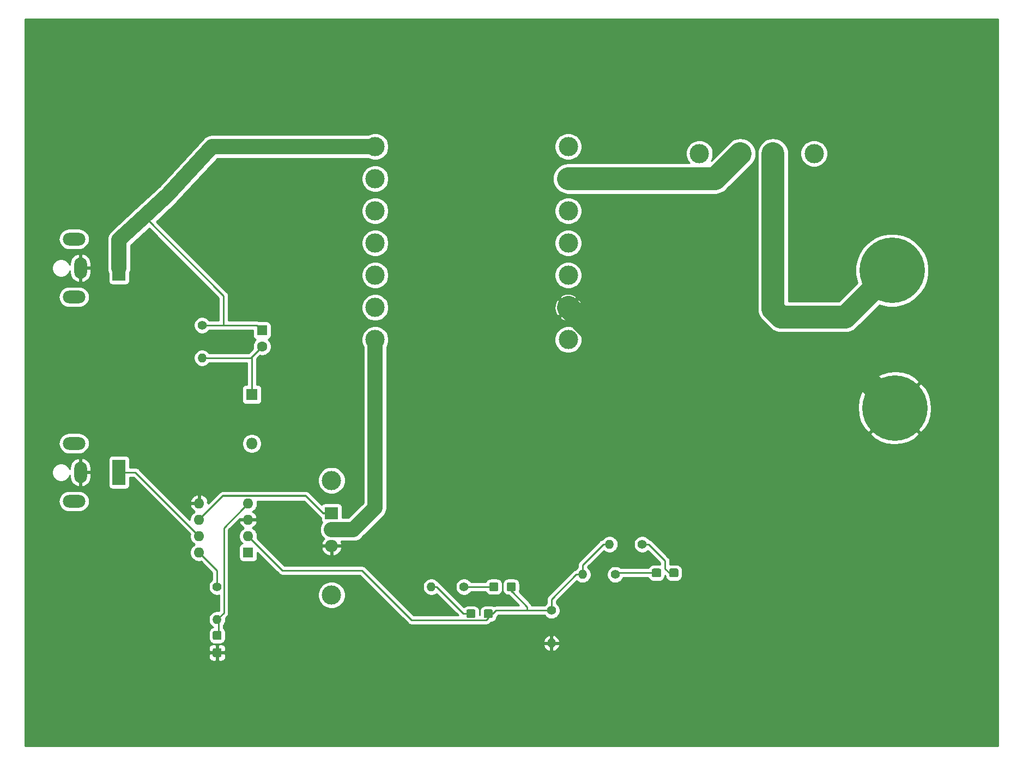
<source format=gtl>
G04 #@! TF.GenerationSoftware,KiCad,Pcbnew,(5.1.5)-3*
G04 #@! TF.CreationDate,2020-06-24T22:18:20+03:00*
G04 #@! TF.ProjectId,Hardwareproject,48617264-7761-4726-9570-726f6a656374,rev?*
G04 #@! TF.SameCoordinates,Original*
G04 #@! TF.FileFunction,Copper,L1,Top*
G04 #@! TF.FilePolarity,Positive*
%FSLAX46Y46*%
G04 Gerber Fmt 4.6, Leading zero omitted, Abs format (unit mm)*
G04 Created by KiCad (PCBNEW (5.1.5)-3) date 2020-06-24 22:18:20*
%MOMM*%
%LPD*%
G04 APERTURE LIST*
%ADD10C,3.000000*%
%ADD11C,2.999999*%
%ADD12C,0.100000*%
%ADD13O,1.800000X1.800000*%
%ADD14R,1.800000X1.800000*%
%ADD15C,2.400000*%
%ADD16R,2.400000X2.400000*%
%ADD17C,1.600000*%
%ADD18R,1.600000X1.600000*%
%ADD19O,1.400000X1.400000*%
%ADD20C,1.400000*%
%ADD21O,3.500000X2.000000*%
%ADD22O,2.000000X3.300000*%
%ADD23R,2.000000X4.000000*%
%ADD24O,1.600000X1.600000*%
%ADD25O,2.000000X1.905000*%
%ADD26R,2.000000X1.905000*%
%ADD27C,10.160000*%
%ADD28O,2.000000X2.000000*%
%ADD29R,2.000000X2.000000*%
%ADD30C,2.390000*%
%ADD31C,0.250000*%
%ADD32C,3.560000*%
%ADD33C,0.300000*%
%ADD34C,0.254000*%
G04 APERTURE END LIST*
D10*
X110416400Y-75895200D03*
D11*
X110416400Y-70895200D03*
D10*
X110416400Y-65895200D03*
X110416400Y-60895200D03*
X110416400Y-55895200D03*
D11*
X110416400Y-50895200D03*
X110416400Y-45895200D03*
X80416400Y-45895200D03*
D10*
X80416400Y-50895200D03*
D11*
X80416400Y-55895200D03*
X80416400Y-60895200D03*
D10*
X80416400Y-65895200D03*
X80416400Y-70895200D03*
D11*
X80416400Y-75895200D03*
G04 #@! TA.AperFunction,SMDPad,CuDef*
D12*
G36*
X95771505Y-117817204D02*
G01*
X95795773Y-117820804D01*
X95819572Y-117826765D01*
X95842671Y-117835030D01*
X95864850Y-117845520D01*
X95885893Y-117858132D01*
X95905599Y-117872747D01*
X95923777Y-117889223D01*
X95940253Y-117907401D01*
X95954868Y-117927107D01*
X95967480Y-117948150D01*
X95977970Y-117970329D01*
X95986235Y-117993428D01*
X95992196Y-118017227D01*
X95995796Y-118041495D01*
X95997000Y-118065999D01*
X95997000Y-118916001D01*
X95995796Y-118940505D01*
X95992196Y-118964773D01*
X95986235Y-118988572D01*
X95977970Y-119011671D01*
X95967480Y-119033850D01*
X95954868Y-119054893D01*
X95940253Y-119074599D01*
X95923777Y-119092777D01*
X95905599Y-119109253D01*
X95885893Y-119123868D01*
X95864850Y-119136480D01*
X95842671Y-119146970D01*
X95819572Y-119155235D01*
X95795773Y-119161196D01*
X95771505Y-119164796D01*
X95747001Y-119166000D01*
X94846999Y-119166000D01*
X94822495Y-119164796D01*
X94798227Y-119161196D01*
X94774428Y-119155235D01*
X94751329Y-119146970D01*
X94729150Y-119136480D01*
X94708107Y-119123868D01*
X94688401Y-119109253D01*
X94670223Y-119092777D01*
X94653747Y-119074599D01*
X94639132Y-119054893D01*
X94626520Y-119033850D01*
X94616030Y-119011671D01*
X94607765Y-118988572D01*
X94601804Y-118964773D01*
X94598204Y-118940505D01*
X94597000Y-118916001D01*
X94597000Y-118065999D01*
X94598204Y-118041495D01*
X94601804Y-118017227D01*
X94607765Y-117993428D01*
X94616030Y-117970329D01*
X94626520Y-117948150D01*
X94639132Y-117927107D01*
X94653747Y-117907401D01*
X94670223Y-117889223D01*
X94688401Y-117872747D01*
X94708107Y-117858132D01*
X94729150Y-117845520D01*
X94751329Y-117835030D01*
X94774428Y-117826765D01*
X94798227Y-117820804D01*
X94822495Y-117817204D01*
X94846999Y-117816000D01*
X95747001Y-117816000D01*
X95771505Y-117817204D01*
G37*
G04 #@! TD.AperFunction*
G04 #@! TA.AperFunction,SMDPad,CuDef*
G36*
X98471505Y-117817204D02*
G01*
X98495773Y-117820804D01*
X98519572Y-117826765D01*
X98542671Y-117835030D01*
X98564850Y-117845520D01*
X98585893Y-117858132D01*
X98605599Y-117872747D01*
X98623777Y-117889223D01*
X98640253Y-117907401D01*
X98654868Y-117927107D01*
X98667480Y-117948150D01*
X98677970Y-117970329D01*
X98686235Y-117993428D01*
X98692196Y-118017227D01*
X98695796Y-118041495D01*
X98697000Y-118065999D01*
X98697000Y-118916001D01*
X98695796Y-118940505D01*
X98692196Y-118964773D01*
X98686235Y-118988572D01*
X98677970Y-119011671D01*
X98667480Y-119033850D01*
X98654868Y-119054893D01*
X98640253Y-119074599D01*
X98623777Y-119092777D01*
X98605599Y-119109253D01*
X98585893Y-119123868D01*
X98564850Y-119136480D01*
X98542671Y-119146970D01*
X98519572Y-119155235D01*
X98495773Y-119161196D01*
X98471505Y-119164796D01*
X98447001Y-119166000D01*
X97546999Y-119166000D01*
X97522495Y-119164796D01*
X97498227Y-119161196D01*
X97474428Y-119155235D01*
X97451329Y-119146970D01*
X97429150Y-119136480D01*
X97408107Y-119123868D01*
X97388401Y-119109253D01*
X97370223Y-119092777D01*
X97353747Y-119074599D01*
X97339132Y-119054893D01*
X97326520Y-119033850D01*
X97316030Y-119011671D01*
X97307765Y-118988572D01*
X97301804Y-118964773D01*
X97298204Y-118940505D01*
X97297000Y-118916001D01*
X97297000Y-118065999D01*
X97298204Y-118041495D01*
X97301804Y-118017227D01*
X97307765Y-117993428D01*
X97316030Y-117970329D01*
X97326520Y-117948150D01*
X97339132Y-117927107D01*
X97353747Y-117907401D01*
X97370223Y-117889223D01*
X97388401Y-117872747D01*
X97408107Y-117858132D01*
X97429150Y-117845520D01*
X97451329Y-117835030D01*
X97474428Y-117826765D01*
X97498227Y-117820804D01*
X97522495Y-117817204D01*
X97546999Y-117816000D01*
X98447001Y-117816000D01*
X98471505Y-117817204D01*
G37*
G04 #@! TD.AperFunction*
G04 #@! TA.AperFunction,SMDPad,CuDef*
G36*
X124600505Y-111467204D02*
G01*
X124624773Y-111470804D01*
X124648572Y-111476765D01*
X124671671Y-111485030D01*
X124693850Y-111495520D01*
X124714893Y-111508132D01*
X124734599Y-111522747D01*
X124752777Y-111539223D01*
X124769253Y-111557401D01*
X124783868Y-111577107D01*
X124796480Y-111598150D01*
X124806970Y-111620329D01*
X124815235Y-111643428D01*
X124821196Y-111667227D01*
X124824796Y-111691495D01*
X124826000Y-111715999D01*
X124826000Y-112566001D01*
X124824796Y-112590505D01*
X124821196Y-112614773D01*
X124815235Y-112638572D01*
X124806970Y-112661671D01*
X124796480Y-112683850D01*
X124783868Y-112704893D01*
X124769253Y-112724599D01*
X124752777Y-112742777D01*
X124734599Y-112759253D01*
X124714893Y-112773868D01*
X124693850Y-112786480D01*
X124671671Y-112796970D01*
X124648572Y-112805235D01*
X124624773Y-112811196D01*
X124600505Y-112814796D01*
X124576001Y-112816000D01*
X123675999Y-112816000D01*
X123651495Y-112814796D01*
X123627227Y-112811196D01*
X123603428Y-112805235D01*
X123580329Y-112796970D01*
X123558150Y-112786480D01*
X123537107Y-112773868D01*
X123517401Y-112759253D01*
X123499223Y-112742777D01*
X123482747Y-112724599D01*
X123468132Y-112704893D01*
X123455520Y-112683850D01*
X123445030Y-112661671D01*
X123436765Y-112638572D01*
X123430804Y-112614773D01*
X123427204Y-112590505D01*
X123426000Y-112566001D01*
X123426000Y-111715999D01*
X123427204Y-111691495D01*
X123430804Y-111667227D01*
X123436765Y-111643428D01*
X123445030Y-111620329D01*
X123455520Y-111598150D01*
X123468132Y-111577107D01*
X123482747Y-111557401D01*
X123499223Y-111539223D01*
X123517401Y-111522747D01*
X123537107Y-111508132D01*
X123558150Y-111495520D01*
X123580329Y-111485030D01*
X123603428Y-111476765D01*
X123627227Y-111470804D01*
X123651495Y-111467204D01*
X123675999Y-111466000D01*
X124576001Y-111466000D01*
X124600505Y-111467204D01*
G37*
G04 #@! TD.AperFunction*
G04 #@! TA.AperFunction,SMDPad,CuDef*
G36*
X127300505Y-111467204D02*
G01*
X127324773Y-111470804D01*
X127348572Y-111476765D01*
X127371671Y-111485030D01*
X127393850Y-111495520D01*
X127414893Y-111508132D01*
X127434599Y-111522747D01*
X127452777Y-111539223D01*
X127469253Y-111557401D01*
X127483868Y-111577107D01*
X127496480Y-111598150D01*
X127506970Y-111620329D01*
X127515235Y-111643428D01*
X127521196Y-111667227D01*
X127524796Y-111691495D01*
X127526000Y-111715999D01*
X127526000Y-112566001D01*
X127524796Y-112590505D01*
X127521196Y-112614773D01*
X127515235Y-112638572D01*
X127506970Y-112661671D01*
X127496480Y-112683850D01*
X127483868Y-112704893D01*
X127469253Y-112724599D01*
X127452777Y-112742777D01*
X127434599Y-112759253D01*
X127414893Y-112773868D01*
X127393850Y-112786480D01*
X127371671Y-112796970D01*
X127348572Y-112805235D01*
X127324773Y-112811196D01*
X127300505Y-112814796D01*
X127276001Y-112816000D01*
X126375999Y-112816000D01*
X126351495Y-112814796D01*
X126327227Y-112811196D01*
X126303428Y-112805235D01*
X126280329Y-112796970D01*
X126258150Y-112786480D01*
X126237107Y-112773868D01*
X126217401Y-112759253D01*
X126199223Y-112742777D01*
X126182747Y-112724599D01*
X126168132Y-112704893D01*
X126155520Y-112683850D01*
X126145030Y-112661671D01*
X126136765Y-112638572D01*
X126130804Y-112614773D01*
X126127204Y-112590505D01*
X126126000Y-112566001D01*
X126126000Y-111715999D01*
X126127204Y-111691495D01*
X126130804Y-111667227D01*
X126136765Y-111643428D01*
X126145030Y-111620329D01*
X126155520Y-111598150D01*
X126168132Y-111577107D01*
X126182747Y-111557401D01*
X126199223Y-111539223D01*
X126217401Y-111522747D01*
X126237107Y-111508132D01*
X126258150Y-111495520D01*
X126280329Y-111485030D01*
X126303428Y-111476765D01*
X126327227Y-111470804D01*
X126351495Y-111467204D01*
X126375999Y-111466000D01*
X127276001Y-111466000D01*
X127300505Y-111467204D01*
G37*
G04 #@! TD.AperFunction*
G04 #@! TA.AperFunction,SMDPad,CuDef*
G36*
X99327505Y-113626204D02*
G01*
X99351773Y-113629804D01*
X99375572Y-113635765D01*
X99398671Y-113644030D01*
X99420850Y-113654520D01*
X99441893Y-113667132D01*
X99461599Y-113681747D01*
X99479777Y-113698223D01*
X99496253Y-113716401D01*
X99510868Y-113736107D01*
X99523480Y-113757150D01*
X99533970Y-113779329D01*
X99542235Y-113802428D01*
X99548196Y-113826227D01*
X99551796Y-113850495D01*
X99553000Y-113874999D01*
X99553000Y-114725001D01*
X99551796Y-114749505D01*
X99548196Y-114773773D01*
X99542235Y-114797572D01*
X99533970Y-114820671D01*
X99523480Y-114842850D01*
X99510868Y-114863893D01*
X99496253Y-114883599D01*
X99479777Y-114901777D01*
X99461599Y-114918253D01*
X99441893Y-114932868D01*
X99420850Y-114945480D01*
X99398671Y-114955970D01*
X99375572Y-114964235D01*
X99351773Y-114970196D01*
X99327505Y-114973796D01*
X99303001Y-114975000D01*
X98402999Y-114975000D01*
X98378495Y-114973796D01*
X98354227Y-114970196D01*
X98330428Y-114964235D01*
X98307329Y-114955970D01*
X98285150Y-114945480D01*
X98264107Y-114932868D01*
X98244401Y-114918253D01*
X98226223Y-114901777D01*
X98209747Y-114883599D01*
X98195132Y-114863893D01*
X98182520Y-114842850D01*
X98172030Y-114820671D01*
X98163765Y-114797572D01*
X98157804Y-114773773D01*
X98154204Y-114749505D01*
X98153000Y-114725001D01*
X98153000Y-113874999D01*
X98154204Y-113850495D01*
X98157804Y-113826227D01*
X98163765Y-113802428D01*
X98172030Y-113779329D01*
X98182520Y-113757150D01*
X98195132Y-113736107D01*
X98209747Y-113716401D01*
X98226223Y-113698223D01*
X98244401Y-113681747D01*
X98264107Y-113667132D01*
X98285150Y-113654520D01*
X98307329Y-113644030D01*
X98330428Y-113635765D01*
X98354227Y-113629804D01*
X98378495Y-113626204D01*
X98402999Y-113625000D01*
X99303001Y-113625000D01*
X99327505Y-113626204D01*
G37*
G04 #@! TD.AperFunction*
G04 #@! TA.AperFunction,SMDPad,CuDef*
G36*
X102027505Y-113626204D02*
G01*
X102051773Y-113629804D01*
X102075572Y-113635765D01*
X102098671Y-113644030D01*
X102120850Y-113654520D01*
X102141893Y-113667132D01*
X102161599Y-113681747D01*
X102179777Y-113698223D01*
X102196253Y-113716401D01*
X102210868Y-113736107D01*
X102223480Y-113757150D01*
X102233970Y-113779329D01*
X102242235Y-113802428D01*
X102248196Y-113826227D01*
X102251796Y-113850495D01*
X102253000Y-113874999D01*
X102253000Y-114725001D01*
X102251796Y-114749505D01*
X102248196Y-114773773D01*
X102242235Y-114797572D01*
X102233970Y-114820671D01*
X102223480Y-114842850D01*
X102210868Y-114863893D01*
X102196253Y-114883599D01*
X102179777Y-114901777D01*
X102161599Y-114918253D01*
X102141893Y-114932868D01*
X102120850Y-114945480D01*
X102098671Y-114955970D01*
X102075572Y-114964235D01*
X102051773Y-114970196D01*
X102027505Y-114973796D01*
X102003001Y-114975000D01*
X101102999Y-114975000D01*
X101078495Y-114973796D01*
X101054227Y-114970196D01*
X101030428Y-114964235D01*
X101007329Y-114955970D01*
X100985150Y-114945480D01*
X100964107Y-114932868D01*
X100944401Y-114918253D01*
X100926223Y-114901777D01*
X100909747Y-114883599D01*
X100895132Y-114863893D01*
X100882520Y-114842850D01*
X100872030Y-114820671D01*
X100863765Y-114797572D01*
X100857804Y-114773773D01*
X100854204Y-114749505D01*
X100853000Y-114725001D01*
X100853000Y-113874999D01*
X100854204Y-113850495D01*
X100857804Y-113826227D01*
X100863765Y-113802428D01*
X100872030Y-113779329D01*
X100882520Y-113757150D01*
X100895132Y-113736107D01*
X100909747Y-113716401D01*
X100926223Y-113698223D01*
X100944401Y-113681747D01*
X100964107Y-113667132D01*
X100985150Y-113654520D01*
X101007329Y-113644030D01*
X101030428Y-113635765D01*
X101054227Y-113629804D01*
X101078495Y-113626204D01*
X101102999Y-113625000D01*
X102003001Y-113625000D01*
X102027505Y-113626204D01*
G37*
G04 #@! TD.AperFunction*
G04 #@! TA.AperFunction,SMDPad,CuDef*
G36*
X56329505Y-123841204D02*
G01*
X56353773Y-123844804D01*
X56377572Y-123850765D01*
X56400671Y-123859030D01*
X56422850Y-123869520D01*
X56443893Y-123882132D01*
X56463599Y-123896747D01*
X56481777Y-123913223D01*
X56498253Y-123931401D01*
X56512868Y-123951107D01*
X56525480Y-123972150D01*
X56535970Y-123994329D01*
X56544235Y-124017428D01*
X56550196Y-124041227D01*
X56553796Y-124065495D01*
X56555000Y-124089999D01*
X56555000Y-124990001D01*
X56553796Y-125014505D01*
X56550196Y-125038773D01*
X56544235Y-125062572D01*
X56535970Y-125085671D01*
X56525480Y-125107850D01*
X56512868Y-125128893D01*
X56498253Y-125148599D01*
X56481777Y-125166777D01*
X56463599Y-125183253D01*
X56443893Y-125197868D01*
X56422850Y-125210480D01*
X56400671Y-125220970D01*
X56377572Y-125229235D01*
X56353773Y-125235196D01*
X56329505Y-125238796D01*
X56305001Y-125240000D01*
X55454999Y-125240000D01*
X55430495Y-125238796D01*
X55406227Y-125235196D01*
X55382428Y-125229235D01*
X55359329Y-125220970D01*
X55337150Y-125210480D01*
X55316107Y-125197868D01*
X55296401Y-125183253D01*
X55278223Y-125166777D01*
X55261747Y-125148599D01*
X55247132Y-125128893D01*
X55234520Y-125107850D01*
X55224030Y-125085671D01*
X55215765Y-125062572D01*
X55209804Y-125038773D01*
X55206204Y-125014505D01*
X55205000Y-124990001D01*
X55205000Y-124089999D01*
X55206204Y-124065495D01*
X55209804Y-124041227D01*
X55215765Y-124017428D01*
X55224030Y-123994329D01*
X55234520Y-123972150D01*
X55247132Y-123951107D01*
X55261747Y-123931401D01*
X55278223Y-123913223D01*
X55296401Y-123896747D01*
X55316107Y-123882132D01*
X55337150Y-123869520D01*
X55359329Y-123859030D01*
X55382428Y-123850765D01*
X55406227Y-123844804D01*
X55430495Y-123841204D01*
X55454999Y-123840000D01*
X56305001Y-123840000D01*
X56329505Y-123841204D01*
G37*
G04 #@! TD.AperFunction*
G04 #@! TA.AperFunction,SMDPad,CuDef*
G36*
X56329505Y-121141204D02*
G01*
X56353773Y-121144804D01*
X56377572Y-121150765D01*
X56400671Y-121159030D01*
X56422850Y-121169520D01*
X56443893Y-121182132D01*
X56463599Y-121196747D01*
X56481777Y-121213223D01*
X56498253Y-121231401D01*
X56512868Y-121251107D01*
X56525480Y-121272150D01*
X56535970Y-121294329D01*
X56544235Y-121317428D01*
X56550196Y-121341227D01*
X56553796Y-121365495D01*
X56555000Y-121389999D01*
X56555000Y-122290001D01*
X56553796Y-122314505D01*
X56550196Y-122338773D01*
X56544235Y-122362572D01*
X56535970Y-122385671D01*
X56525480Y-122407850D01*
X56512868Y-122428893D01*
X56498253Y-122448599D01*
X56481777Y-122466777D01*
X56463599Y-122483253D01*
X56443893Y-122497868D01*
X56422850Y-122510480D01*
X56400671Y-122520970D01*
X56377572Y-122529235D01*
X56353773Y-122535196D01*
X56329505Y-122538796D01*
X56305001Y-122540000D01*
X55454999Y-122540000D01*
X55430495Y-122538796D01*
X55406227Y-122535196D01*
X55382428Y-122529235D01*
X55359329Y-122520970D01*
X55337150Y-122510480D01*
X55316107Y-122497868D01*
X55296401Y-122483253D01*
X55278223Y-122466777D01*
X55261747Y-122448599D01*
X55247132Y-122428893D01*
X55234520Y-122407850D01*
X55224030Y-122385671D01*
X55215765Y-122362572D01*
X55209804Y-122338773D01*
X55206204Y-122314505D01*
X55205000Y-122290001D01*
X55205000Y-121389999D01*
X55206204Y-121365495D01*
X55209804Y-121341227D01*
X55215765Y-121317428D01*
X55224030Y-121294329D01*
X55234520Y-121272150D01*
X55247132Y-121251107D01*
X55261747Y-121231401D01*
X55278223Y-121213223D01*
X55296401Y-121196747D01*
X55316107Y-121182132D01*
X55337150Y-121169520D01*
X55359329Y-121159030D01*
X55382428Y-121150765D01*
X55406227Y-121144804D01*
X55430495Y-121141204D01*
X55454999Y-121140000D01*
X56305001Y-121140000D01*
X56329505Y-121141204D01*
G37*
G04 #@! TD.AperFunction*
D10*
X73660000Y-115580000D03*
X73660000Y-97780000D03*
X130800000Y-46990000D03*
X148600000Y-46990000D03*
D13*
X61264800Y-92049600D03*
D14*
X61264800Y-84429600D03*
D15*
X143510000Y-77390000D03*
D16*
X143510000Y-72390000D03*
D17*
X62839600Y-76972800D03*
D18*
X62839600Y-74472800D03*
D19*
X107823000Y-123063000D03*
D20*
X107823000Y-117983000D03*
D19*
X112649000Y-112395000D03*
D20*
X117729000Y-112395000D03*
D19*
X89154000Y-114300000D03*
D20*
X94234000Y-114300000D03*
D19*
X55880000Y-119380000D03*
D20*
X55880000Y-114300000D03*
D19*
X116840000Y-107696000D03*
D20*
X121920000Y-107696000D03*
D19*
X53543200Y-78740000D03*
D20*
X53543200Y-73660000D03*
D21*
X33640000Y-101020000D03*
X33640000Y-92020000D03*
D22*
X34640000Y-96520000D03*
D23*
X40640000Y-96520000D03*
D21*
X33640000Y-69270000D03*
X33640000Y-60270000D03*
D22*
X34640000Y-64770000D03*
D23*
X40640000Y-64770000D03*
D24*
X53086000Y-108966000D03*
X60706000Y-101346000D03*
X53086000Y-106426000D03*
X60706000Y-103886000D03*
X53086000Y-103886000D03*
X60706000Y-106426000D03*
X53086000Y-101346000D03*
D18*
X60706000Y-108966000D03*
D25*
X73660000Y-107950000D03*
X73660000Y-105410000D03*
D26*
X73660000Y-102870000D03*
D27*
X161137600Y-86512400D03*
X160731200Y-65125600D03*
D28*
X137160000Y-46990000D03*
D29*
X142240000Y-46990000D03*
D30*
X78295082Y-45895200D02*
X80416400Y-45895200D01*
X55124800Y-45895200D02*
X78295082Y-45895200D01*
X40640000Y-64770000D02*
X40640000Y-60380000D01*
X48260000Y-53340000D02*
X55124800Y-45895200D01*
D31*
X62026800Y-73660000D02*
X62839600Y-74472800D01*
X56896000Y-69088000D02*
X44577000Y-56769000D01*
X53543200Y-73660000D02*
X56896000Y-73660000D01*
X56896000Y-73660000D02*
X56896000Y-69088000D01*
D30*
X44577000Y-56769000D02*
X48260000Y-53340000D01*
D31*
X56896000Y-73660000D02*
X62026800Y-73660000D01*
D30*
X40640000Y-60380000D02*
X44577000Y-56769000D01*
D31*
X61264800Y-78547600D02*
X62839600Y-76972800D01*
X61264800Y-84429600D02*
X61264800Y-78547600D01*
X53543200Y-78740000D02*
X61087000Y-78740000D01*
X61087000Y-78725400D02*
X61264800Y-78547600D01*
X61087000Y-78740000D02*
X61087000Y-78725400D01*
D32*
X153466800Y-72390000D02*
X160731200Y-65125600D01*
X143510000Y-72390000D02*
X153466800Y-72390000D01*
D31*
X122909949Y-107696000D02*
X125476000Y-110262051D01*
X121920000Y-107696000D02*
X122909949Y-107696000D01*
X155014602Y-72390000D02*
X153466800Y-72390000D01*
D32*
X142240000Y-71120000D02*
X143510000Y-72390000D01*
X142240000Y-46990000D02*
X142240000Y-71120000D01*
D31*
X126126000Y-112141000D02*
X126826000Y-112141000D01*
X125476000Y-111491000D02*
X126126000Y-112141000D01*
X125476000Y-110262051D02*
X125476000Y-111491000D01*
D32*
X133254800Y-50895200D02*
X110416400Y-50895200D01*
X137160000Y-46990000D02*
X133254800Y-50895200D01*
X116911200Y-77390000D02*
X143510000Y-77390000D01*
X110416400Y-70895200D02*
X116911200Y-77390000D01*
X152015200Y-77390000D02*
X161137600Y-86512400D01*
X143510000Y-77390000D02*
X152015200Y-77390000D01*
D30*
X77050000Y-105410000D02*
X73660000Y-105410000D01*
X80416400Y-102043600D02*
X77050000Y-105410000D01*
X80416400Y-75895200D02*
X80416400Y-102043600D01*
D33*
X53885999Y-103086001D02*
X53086000Y-103886000D01*
X56776001Y-100195999D02*
X53885999Y-103086001D01*
X69685999Y-100195999D02*
X56776001Y-100195999D01*
X72360000Y-102870000D02*
X69685999Y-100195999D01*
X73660000Y-102870000D02*
X72360000Y-102870000D01*
D31*
X56134000Y-119634000D02*
X55880000Y-119380000D01*
X56134000Y-121920000D02*
X56134000Y-119634000D01*
X59906001Y-102145999D02*
X60706000Y-101346000D01*
X56905001Y-105146999D02*
X59906001Y-102145999D01*
X56905001Y-118354999D02*
X56905001Y-105146999D01*
X55880000Y-119380000D02*
X56905001Y-118354999D01*
X97703000Y-114300000D02*
X98853000Y-114300000D01*
X94234000Y-114300000D02*
X97703000Y-114300000D01*
X112649000Y-110897051D02*
X112649000Y-111405051D01*
X115850051Y-107696000D02*
X112649000Y-110897051D01*
X112649000Y-111405051D02*
X112649000Y-112395000D01*
X116840000Y-107696000D02*
X115850051Y-107696000D01*
X107823000Y-116993051D02*
X107823000Y-117983000D01*
X111659051Y-112395000D02*
X107823000Y-116231051D01*
X107823000Y-116231051D02*
X107823000Y-116993051D01*
X112649000Y-112395000D02*
X111659051Y-112395000D01*
X104013000Y-117435000D02*
X104013000Y-117983000D01*
X107823000Y-117983000D02*
X104013000Y-117983000D01*
X104013000Y-117983000D02*
X103886000Y-117983000D01*
X98697000Y-118491000D02*
X99205000Y-117983000D01*
X99205000Y-117983000D02*
X103886000Y-117983000D01*
X97997000Y-118491000D02*
X98697000Y-118491000D01*
X101640000Y-115062000D02*
X101727000Y-115062000D01*
X101553000Y-114975000D02*
X101640000Y-115062000D01*
X101553000Y-114300000D02*
X101553000Y-114975000D01*
X101727000Y-115062000D02*
X104013000Y-117435000D01*
X97671990Y-119491010D02*
X86090010Y-119491010D01*
X97997000Y-118491000D02*
X97997000Y-119166000D01*
X97997000Y-119166000D02*
X97671990Y-119491010D01*
X86090010Y-119491010D02*
X78359000Y-111760000D01*
X66040000Y-111760000D02*
X60706000Y-106426000D01*
X78359000Y-111760000D02*
X66040000Y-111760000D01*
X117983000Y-112141000D02*
X117729000Y-112395000D01*
X122976000Y-112141000D02*
X117983000Y-112141000D01*
X122976000Y-112141000D02*
X124126000Y-112141000D01*
X89956000Y-114300000D02*
X89154000Y-114300000D01*
X94147000Y-118491000D02*
X89956000Y-114300000D01*
X94147000Y-118491000D02*
X95297000Y-118491000D01*
X43180000Y-96520000D02*
X53086000Y-106426000D01*
X40640000Y-96520000D02*
X43180000Y-96520000D01*
X55880000Y-111760000D02*
X53086000Y-108966000D01*
X55880000Y-114300000D02*
X55880000Y-111760000D01*
D34*
G36*
X177140001Y-139040000D02*
G01*
X26060000Y-139040000D01*
X26060000Y-125240000D01*
X54566928Y-125240000D01*
X54579188Y-125364482D01*
X54615498Y-125484180D01*
X54674463Y-125594494D01*
X54753815Y-125691185D01*
X54850506Y-125770537D01*
X54960820Y-125829502D01*
X55080518Y-125865812D01*
X55205000Y-125878072D01*
X55594250Y-125875000D01*
X55753000Y-125716250D01*
X55753000Y-124667000D01*
X56007000Y-124667000D01*
X56007000Y-125716250D01*
X56165750Y-125875000D01*
X56555000Y-125878072D01*
X56679482Y-125865812D01*
X56799180Y-125829502D01*
X56909494Y-125770537D01*
X57006185Y-125691185D01*
X57085537Y-125594494D01*
X57144502Y-125484180D01*
X57180812Y-125364482D01*
X57193072Y-125240000D01*
X57190000Y-124825750D01*
X57031250Y-124667000D01*
X56007000Y-124667000D01*
X55753000Y-124667000D01*
X54728750Y-124667000D01*
X54570000Y-124825750D01*
X54566928Y-125240000D01*
X26060000Y-125240000D01*
X26060000Y-123840000D01*
X54566928Y-123840000D01*
X54570000Y-124254250D01*
X54728750Y-124413000D01*
X55753000Y-124413000D01*
X55753000Y-123363750D01*
X56007000Y-123363750D01*
X56007000Y-124413000D01*
X57031250Y-124413000D01*
X57190000Y-124254250D01*
X57193072Y-123840000D01*
X57180812Y-123715518D01*
X57144502Y-123595820D01*
X57085537Y-123485506D01*
X57012353Y-123396330D01*
X106530278Y-123396330D01*
X106620147Y-123642123D01*
X106756241Y-123865660D01*
X106933330Y-124058351D01*
X107144608Y-124212792D01*
X107381956Y-124323047D01*
X107489671Y-124355716D01*
X107696000Y-124232374D01*
X107696000Y-123190000D01*
X107950000Y-123190000D01*
X107950000Y-124232374D01*
X108156329Y-124355716D01*
X108264044Y-124323047D01*
X108501392Y-124212792D01*
X108712670Y-124058351D01*
X108889759Y-123865660D01*
X109025853Y-123642123D01*
X109115722Y-123396330D01*
X108993201Y-123190000D01*
X107950000Y-123190000D01*
X107696000Y-123190000D01*
X106652799Y-123190000D01*
X106530278Y-123396330D01*
X57012353Y-123396330D01*
X57006185Y-123388815D01*
X56909494Y-123309463D01*
X56799180Y-123250498D01*
X56679482Y-123214188D01*
X56555000Y-123201928D01*
X56165750Y-123205000D01*
X56007000Y-123363750D01*
X55753000Y-123363750D01*
X55594250Y-123205000D01*
X55205000Y-123201928D01*
X55080518Y-123214188D01*
X54960820Y-123250498D01*
X54850506Y-123309463D01*
X54753815Y-123388815D01*
X54674463Y-123485506D01*
X54615498Y-123595820D01*
X54579188Y-123715518D01*
X54566928Y-123840000D01*
X26060000Y-123840000D01*
X26060000Y-101020000D01*
X31247089Y-101020000D01*
X31278657Y-101340516D01*
X31372148Y-101648715D01*
X31523969Y-101932752D01*
X31728286Y-102181714D01*
X31977248Y-102386031D01*
X32261285Y-102537852D01*
X32569484Y-102631343D01*
X32809678Y-102655000D01*
X34470322Y-102655000D01*
X34710516Y-102631343D01*
X35018715Y-102537852D01*
X35302752Y-102386031D01*
X35551714Y-102181714D01*
X35756031Y-101932752D01*
X35907852Y-101648715D01*
X36001343Y-101340516D01*
X36032911Y-101020000D01*
X36001343Y-100699484D01*
X35907852Y-100391285D01*
X35756031Y-100107248D01*
X35551714Y-99858286D01*
X35302752Y-99653969D01*
X35018715Y-99502148D01*
X34710516Y-99408657D01*
X34470322Y-99385000D01*
X32809678Y-99385000D01*
X32569484Y-99408657D01*
X32261285Y-99502148D01*
X31977248Y-99653969D01*
X31728286Y-99858286D01*
X31523969Y-100107248D01*
X31372148Y-100391285D01*
X31278657Y-100699484D01*
X31247089Y-101020000D01*
X26060000Y-101020000D01*
X26060000Y-96378665D01*
X30205000Y-96378665D01*
X30205000Y-96661335D01*
X30260147Y-96938574D01*
X30368320Y-97199727D01*
X30525363Y-97434759D01*
X30725241Y-97634637D01*
X30960273Y-97791680D01*
X31221426Y-97899853D01*
X31498665Y-97955000D01*
X31781335Y-97955000D01*
X32058574Y-97899853D01*
X32319727Y-97791680D01*
X32554759Y-97634637D01*
X32754637Y-97434759D01*
X32911680Y-97199727D01*
X33005000Y-96974432D01*
X33005000Y-97297000D01*
X33061193Y-97613532D01*
X33178058Y-97913020D01*
X33351105Y-98183954D01*
X33573683Y-98415922D01*
X33837239Y-98600010D01*
X34131645Y-98729144D01*
X34259566Y-98760124D01*
X34513000Y-98640777D01*
X34513000Y-96647000D01*
X34767000Y-96647000D01*
X34767000Y-98640777D01*
X35020434Y-98760124D01*
X35148355Y-98729144D01*
X35442761Y-98600010D01*
X35706317Y-98415922D01*
X35928895Y-98183954D01*
X36101942Y-97913020D01*
X36218807Y-97613532D01*
X36275000Y-97297000D01*
X36275000Y-96647000D01*
X34767000Y-96647000D01*
X34513000Y-96647000D01*
X34493000Y-96647000D01*
X34493000Y-96393000D01*
X34513000Y-96393000D01*
X34513000Y-94399223D01*
X34767000Y-94399223D01*
X34767000Y-96393000D01*
X36275000Y-96393000D01*
X36275000Y-95743000D01*
X36218807Y-95426468D01*
X36101942Y-95126980D01*
X35928895Y-94856046D01*
X35706317Y-94624078D01*
X35557311Y-94520000D01*
X39001928Y-94520000D01*
X39001928Y-98520000D01*
X39014188Y-98644482D01*
X39050498Y-98764180D01*
X39109463Y-98874494D01*
X39188815Y-98971185D01*
X39285506Y-99050537D01*
X39395820Y-99109502D01*
X39515518Y-99145812D01*
X39640000Y-99158072D01*
X41640000Y-99158072D01*
X41764482Y-99145812D01*
X41884180Y-99109502D01*
X41994494Y-99050537D01*
X42091185Y-98971185D01*
X42170537Y-98874494D01*
X42229502Y-98764180D01*
X42265812Y-98644482D01*
X42278072Y-98520000D01*
X42278072Y-97280000D01*
X42865199Y-97280000D01*
X51687312Y-106102114D01*
X51651000Y-106284665D01*
X51651000Y-106567335D01*
X51706147Y-106844574D01*
X51814320Y-107105727D01*
X51971363Y-107340759D01*
X52171241Y-107540637D01*
X52403759Y-107696000D01*
X52171241Y-107851363D01*
X51971363Y-108051241D01*
X51814320Y-108286273D01*
X51706147Y-108547426D01*
X51651000Y-108824665D01*
X51651000Y-109107335D01*
X51706147Y-109384574D01*
X51814320Y-109645727D01*
X51971363Y-109880759D01*
X52171241Y-110080637D01*
X52406273Y-110237680D01*
X52667426Y-110345853D01*
X52944665Y-110401000D01*
X53227335Y-110401000D01*
X53409886Y-110364688D01*
X55120001Y-112074803D01*
X55120000Y-113202225D01*
X55028987Y-113263038D01*
X54843038Y-113448987D01*
X54696939Y-113667641D01*
X54596304Y-113910595D01*
X54545000Y-114168514D01*
X54545000Y-114431486D01*
X54596304Y-114689405D01*
X54696939Y-114932359D01*
X54843038Y-115151013D01*
X55028987Y-115336962D01*
X55247641Y-115483061D01*
X55490595Y-115583696D01*
X55748514Y-115635000D01*
X56011486Y-115635000D01*
X56145001Y-115608442D01*
X56145001Y-118040197D01*
X56118843Y-118066355D01*
X56011486Y-118045000D01*
X55748514Y-118045000D01*
X55490595Y-118096304D01*
X55247641Y-118196939D01*
X55028987Y-118343038D01*
X54843038Y-118528987D01*
X54696939Y-118747641D01*
X54596304Y-118990595D01*
X54545000Y-119248514D01*
X54545000Y-119511486D01*
X54596304Y-119769405D01*
X54696939Y-120012359D01*
X54843038Y-120231013D01*
X55028987Y-120416962D01*
X55212929Y-120539867D01*
X55115149Y-120569528D01*
X54961613Y-120651595D01*
X54827038Y-120762038D01*
X54716595Y-120896613D01*
X54634528Y-121050149D01*
X54583992Y-121216745D01*
X54566928Y-121389999D01*
X54566928Y-122290001D01*
X54583992Y-122463255D01*
X54634528Y-122629851D01*
X54716595Y-122783387D01*
X54827038Y-122917962D01*
X54961613Y-123028405D01*
X55115149Y-123110472D01*
X55281745Y-123161008D01*
X55454999Y-123178072D01*
X56305001Y-123178072D01*
X56478255Y-123161008D01*
X56644851Y-123110472D01*
X56798387Y-123028405D01*
X56932962Y-122917962D01*
X57043405Y-122783387D01*
X57072117Y-122729670D01*
X106530278Y-122729670D01*
X106652799Y-122936000D01*
X107696000Y-122936000D01*
X107696000Y-121893626D01*
X107950000Y-121893626D01*
X107950000Y-122936000D01*
X108993201Y-122936000D01*
X109115722Y-122729670D01*
X109025853Y-122483877D01*
X108889759Y-122260340D01*
X108712670Y-122067649D01*
X108501392Y-121913208D01*
X108264044Y-121802953D01*
X108156329Y-121770284D01*
X107950000Y-121893626D01*
X107696000Y-121893626D01*
X107489671Y-121770284D01*
X107381956Y-121802953D01*
X107144608Y-121913208D01*
X106933330Y-122067649D01*
X106756241Y-122260340D01*
X106620147Y-122483877D01*
X106530278Y-122729670D01*
X57072117Y-122729670D01*
X57125472Y-122629851D01*
X57176008Y-122463255D01*
X57193072Y-122290001D01*
X57193072Y-121389999D01*
X57176008Y-121216745D01*
X57125472Y-121050149D01*
X57043405Y-120896613D01*
X56932962Y-120762038D01*
X56894000Y-120730063D01*
X56894000Y-120253975D01*
X56916962Y-120231013D01*
X57063061Y-120012359D01*
X57163696Y-119769405D01*
X57215000Y-119511486D01*
X57215000Y-119248514D01*
X57193645Y-119141157D01*
X57416005Y-118918797D01*
X57445002Y-118895000D01*
X57539975Y-118779275D01*
X57610547Y-118647246D01*
X57654004Y-118503985D01*
X57665001Y-118392332D01*
X57665001Y-118392323D01*
X57668677Y-118355000D01*
X57665001Y-118317677D01*
X57665001Y-115369721D01*
X71525000Y-115369721D01*
X71525000Y-115790279D01*
X71607047Y-116202756D01*
X71767988Y-116591302D01*
X72001637Y-116940983D01*
X72299017Y-117238363D01*
X72648698Y-117472012D01*
X73037244Y-117632953D01*
X73449721Y-117715000D01*
X73870279Y-117715000D01*
X74282756Y-117632953D01*
X74671302Y-117472012D01*
X75020983Y-117238363D01*
X75318363Y-116940983D01*
X75552012Y-116591302D01*
X75712953Y-116202756D01*
X75795000Y-115790279D01*
X75795000Y-115369721D01*
X75712953Y-114957244D01*
X75552012Y-114568698D01*
X75318363Y-114219017D01*
X75020983Y-113921637D01*
X74671302Y-113687988D01*
X74282756Y-113527047D01*
X73870279Y-113445000D01*
X73449721Y-113445000D01*
X73037244Y-113527047D01*
X72648698Y-113687988D01*
X72299017Y-113921637D01*
X72001637Y-114219017D01*
X71767988Y-114568698D01*
X71607047Y-114957244D01*
X71525000Y-115369721D01*
X57665001Y-115369721D01*
X57665001Y-108166000D01*
X59267928Y-108166000D01*
X59267928Y-109766000D01*
X59280188Y-109890482D01*
X59316498Y-110010180D01*
X59375463Y-110120494D01*
X59454815Y-110217185D01*
X59551506Y-110296537D01*
X59661820Y-110355502D01*
X59781518Y-110391812D01*
X59906000Y-110404072D01*
X61506000Y-110404072D01*
X61630482Y-110391812D01*
X61750180Y-110355502D01*
X61860494Y-110296537D01*
X61957185Y-110217185D01*
X62036537Y-110120494D01*
X62095502Y-110010180D01*
X62131812Y-109890482D01*
X62144072Y-109766000D01*
X62144072Y-108938873D01*
X65476200Y-112271002D01*
X65499999Y-112300001D01*
X65528997Y-112323799D01*
X65615723Y-112394974D01*
X65747753Y-112465546D01*
X65891014Y-112509003D01*
X66002667Y-112520000D01*
X66002676Y-112520000D01*
X66039999Y-112523676D01*
X66077322Y-112520000D01*
X78044199Y-112520000D01*
X85526211Y-120002013D01*
X85550009Y-120031011D01*
X85665734Y-120125984D01*
X85797763Y-120196556D01*
X85941024Y-120240013D01*
X86052677Y-120251010D01*
X86052686Y-120251010D01*
X86090009Y-120254686D01*
X86127332Y-120251010D01*
X97634668Y-120251010D01*
X97671990Y-120254686D01*
X97709312Y-120251010D01*
X97709323Y-120251010D01*
X97820976Y-120240013D01*
X97964237Y-120196556D01*
X98096266Y-120125984D01*
X98211991Y-120031011D01*
X98235794Y-120002007D01*
X98433729Y-119804072D01*
X98447001Y-119804072D01*
X98620255Y-119787008D01*
X98786851Y-119736472D01*
X98940387Y-119654405D01*
X99074962Y-119543962D01*
X99185405Y-119409387D01*
X99267472Y-119255851D01*
X99318008Y-119089255D01*
X99333791Y-118929011D01*
X99519802Y-118743000D01*
X103975667Y-118743000D01*
X104013000Y-118746677D01*
X104050333Y-118743000D01*
X106725225Y-118743000D01*
X106786038Y-118834013D01*
X106971987Y-119019962D01*
X107190641Y-119166061D01*
X107433595Y-119266696D01*
X107691514Y-119318000D01*
X107954486Y-119318000D01*
X108212405Y-119266696D01*
X108455359Y-119166061D01*
X108674013Y-119019962D01*
X108859962Y-118834013D01*
X109006061Y-118615359D01*
X109106696Y-118372405D01*
X109158000Y-118114486D01*
X109158000Y-117851514D01*
X109106696Y-117593595D01*
X109006061Y-117350641D01*
X108859962Y-117131987D01*
X108674013Y-116946038D01*
X108583000Y-116885225D01*
X108583000Y-116545852D01*
X111747439Y-113381414D01*
X111797987Y-113431962D01*
X112016641Y-113578061D01*
X112259595Y-113678696D01*
X112517514Y-113730000D01*
X112780486Y-113730000D01*
X113038405Y-113678696D01*
X113281359Y-113578061D01*
X113500013Y-113431962D01*
X113685962Y-113246013D01*
X113832061Y-113027359D01*
X113932696Y-112784405D01*
X113984000Y-112526486D01*
X113984000Y-112263514D01*
X116394000Y-112263514D01*
X116394000Y-112526486D01*
X116445304Y-112784405D01*
X116545939Y-113027359D01*
X116692038Y-113246013D01*
X116877987Y-113431962D01*
X117096641Y-113578061D01*
X117339595Y-113678696D01*
X117597514Y-113730000D01*
X117860486Y-113730000D01*
X118118405Y-113678696D01*
X118361359Y-113578061D01*
X118580013Y-113431962D01*
X118765962Y-113246013D01*
X118912061Y-113027359D01*
X118964401Y-112901000D01*
X122854056Y-112901000D01*
X122855528Y-112905851D01*
X122937595Y-113059387D01*
X123048038Y-113193962D01*
X123182613Y-113304405D01*
X123336149Y-113386472D01*
X123502745Y-113437008D01*
X123675999Y-113454072D01*
X124576001Y-113454072D01*
X124749255Y-113437008D01*
X124915851Y-113386472D01*
X125069387Y-113304405D01*
X125203962Y-113193962D01*
X125314405Y-113059387D01*
X125396472Y-112905851D01*
X125447008Y-112739255D01*
X125464072Y-112566001D01*
X125464072Y-112553874D01*
X125489209Y-112579011D01*
X125504992Y-112739255D01*
X125555528Y-112905851D01*
X125637595Y-113059387D01*
X125748038Y-113193962D01*
X125882613Y-113304405D01*
X126036149Y-113386472D01*
X126202745Y-113437008D01*
X126375999Y-113454072D01*
X127276001Y-113454072D01*
X127449255Y-113437008D01*
X127615851Y-113386472D01*
X127769387Y-113304405D01*
X127903962Y-113193962D01*
X128014405Y-113059387D01*
X128096472Y-112905851D01*
X128147008Y-112739255D01*
X128164072Y-112566001D01*
X128164072Y-111715999D01*
X128147008Y-111542745D01*
X128096472Y-111376149D01*
X128014405Y-111222613D01*
X127903962Y-111088038D01*
X127769387Y-110977595D01*
X127615851Y-110895528D01*
X127449255Y-110844992D01*
X127276001Y-110827928D01*
X126375999Y-110827928D01*
X126236000Y-110841717D01*
X126236000Y-110299373D01*
X126239676Y-110262050D01*
X126236000Y-110224727D01*
X126236000Y-110224718D01*
X126225003Y-110113065D01*
X126181546Y-109969804D01*
X126110975Y-109837776D01*
X126110974Y-109837774D01*
X126039799Y-109751048D01*
X126016001Y-109722050D01*
X125987004Y-109698253D01*
X123473753Y-107185003D01*
X123449950Y-107155999D01*
X123334225Y-107061026D01*
X123202196Y-106990454D01*
X123058935Y-106946997D01*
X123022740Y-106943432D01*
X122956962Y-106844987D01*
X122771013Y-106659038D01*
X122552359Y-106512939D01*
X122309405Y-106412304D01*
X122051486Y-106361000D01*
X121788514Y-106361000D01*
X121530595Y-106412304D01*
X121287641Y-106512939D01*
X121068987Y-106659038D01*
X120883038Y-106844987D01*
X120736939Y-107063641D01*
X120636304Y-107306595D01*
X120585000Y-107564514D01*
X120585000Y-107827486D01*
X120636304Y-108085405D01*
X120736939Y-108328359D01*
X120883038Y-108547013D01*
X121068987Y-108732962D01*
X121287641Y-108879061D01*
X121530595Y-108979696D01*
X121788514Y-109031000D01*
X122051486Y-109031000D01*
X122309405Y-108979696D01*
X122552359Y-108879061D01*
X122771013Y-108732962D01*
X122821561Y-108682414D01*
X124716000Y-110576853D01*
X124716000Y-110841717D01*
X124576001Y-110827928D01*
X123675999Y-110827928D01*
X123502745Y-110844992D01*
X123336149Y-110895528D01*
X123182613Y-110977595D01*
X123048038Y-111088038D01*
X122937595Y-111222613D01*
X122855528Y-111376149D01*
X122854056Y-111381000D01*
X118602975Y-111381000D01*
X118580013Y-111358038D01*
X118361359Y-111211939D01*
X118118405Y-111111304D01*
X117860486Y-111060000D01*
X117597514Y-111060000D01*
X117339595Y-111111304D01*
X117096641Y-111211939D01*
X116877987Y-111358038D01*
X116692038Y-111543987D01*
X116545939Y-111762641D01*
X116445304Y-112005595D01*
X116394000Y-112263514D01*
X113984000Y-112263514D01*
X113932696Y-112005595D01*
X113832061Y-111762641D01*
X113685962Y-111543987D01*
X113500013Y-111358038D01*
X113409000Y-111297225D01*
X113409000Y-111211852D01*
X115938439Y-108682414D01*
X115988987Y-108732962D01*
X116207641Y-108879061D01*
X116450595Y-108979696D01*
X116708514Y-109031000D01*
X116971486Y-109031000D01*
X117229405Y-108979696D01*
X117472359Y-108879061D01*
X117691013Y-108732962D01*
X117876962Y-108547013D01*
X118023061Y-108328359D01*
X118123696Y-108085405D01*
X118175000Y-107827486D01*
X118175000Y-107564514D01*
X118123696Y-107306595D01*
X118023061Y-107063641D01*
X117876962Y-106844987D01*
X117691013Y-106659038D01*
X117472359Y-106512939D01*
X117229405Y-106412304D01*
X116971486Y-106361000D01*
X116708514Y-106361000D01*
X116450595Y-106412304D01*
X116207641Y-106512939D01*
X115988987Y-106659038D01*
X115803038Y-106844987D01*
X115737260Y-106943432D01*
X115701065Y-106946997D01*
X115557804Y-106990454D01*
X115425775Y-107061026D01*
X115310050Y-107155999D01*
X115286252Y-107184997D01*
X112138003Y-110333247D01*
X112108999Y-110357050D01*
X112064694Y-110411036D01*
X112014026Y-110472775D01*
X111970451Y-110554297D01*
X111943454Y-110604805D01*
X111899997Y-110748066D01*
X111889000Y-110859719D01*
X111889000Y-110859729D01*
X111885324Y-110897051D01*
X111889000Y-110934373D01*
X111889000Y-111297225D01*
X111797987Y-111358038D01*
X111612038Y-111543987D01*
X111546260Y-111642432D01*
X111510065Y-111645997D01*
X111366804Y-111689454D01*
X111234775Y-111760026D01*
X111119050Y-111854999D01*
X111095252Y-111883997D01*
X107312003Y-115667247D01*
X107282999Y-115691050D01*
X107243913Y-115738677D01*
X107188026Y-115806775D01*
X107179888Y-115822000D01*
X107117454Y-115938805D01*
X107073997Y-116082066D01*
X107063000Y-116193719D01*
X107063000Y-116193729D01*
X107059324Y-116231051D01*
X107063000Y-116268373D01*
X107063000Y-116885225D01*
X106971987Y-116946038D01*
X106786038Y-117131987D01*
X106725225Y-117223000D01*
X104742888Y-117223000D01*
X104742331Y-117221164D01*
X104723879Y-117155977D01*
X104720624Y-117149605D01*
X104718546Y-117142753D01*
X104686590Y-117082968D01*
X104655784Y-117022653D01*
X104651349Y-117017039D01*
X104647974Y-117010724D01*
X104604984Y-116958340D01*
X104586241Y-116934612D01*
X104581308Y-116929492D01*
X104553001Y-116894999D01*
X104529504Y-116875715D01*
X102809753Y-115090516D01*
X102823472Y-115064851D01*
X102874008Y-114898255D01*
X102891072Y-114725001D01*
X102891072Y-113874999D01*
X102874008Y-113701745D01*
X102823472Y-113535149D01*
X102741405Y-113381613D01*
X102630962Y-113247038D01*
X102496387Y-113136595D01*
X102342851Y-113054528D01*
X102176255Y-113003992D01*
X102003001Y-112986928D01*
X101102999Y-112986928D01*
X100929745Y-113003992D01*
X100763149Y-113054528D01*
X100609613Y-113136595D01*
X100475038Y-113247038D01*
X100364595Y-113381613D01*
X100282528Y-113535149D01*
X100231992Y-113701745D01*
X100214928Y-113874999D01*
X100214928Y-114725001D01*
X100231992Y-114898255D01*
X100282528Y-115064851D01*
X100364595Y-115218387D01*
X100475038Y-115352962D01*
X100609613Y-115463405D01*
X100763149Y-115545472D01*
X100929745Y-115596008D01*
X101102999Y-115613072D01*
X101113489Y-115613072D01*
X101215724Y-115696974D01*
X101347753Y-115767546D01*
X101352901Y-115769107D01*
X102753489Y-117223000D01*
X99242322Y-117223000D01*
X99204999Y-117219324D01*
X99167676Y-117223000D01*
X99167667Y-117223000D01*
X99056014Y-117233997D01*
X98912753Y-117277454D01*
X98879667Y-117295139D01*
X98786851Y-117245528D01*
X98620255Y-117194992D01*
X98447001Y-117177928D01*
X97546999Y-117177928D01*
X97373745Y-117194992D01*
X97207149Y-117245528D01*
X97053613Y-117327595D01*
X96919038Y-117438038D01*
X96808595Y-117572613D01*
X96726528Y-117726149D01*
X96675992Y-117892745D01*
X96658928Y-118065999D01*
X96658928Y-118731010D01*
X96635072Y-118731010D01*
X96635072Y-118065999D01*
X96618008Y-117892745D01*
X96567472Y-117726149D01*
X96485405Y-117572613D01*
X96374962Y-117438038D01*
X96240387Y-117327595D01*
X96086851Y-117245528D01*
X95920255Y-117194992D01*
X95747001Y-117177928D01*
X94846999Y-117177928D01*
X94673745Y-117194992D01*
X94507149Y-117245528D01*
X94353613Y-117327595D01*
X94219038Y-117438038D01*
X94196411Y-117465609D01*
X90899316Y-114168514D01*
X92899000Y-114168514D01*
X92899000Y-114431486D01*
X92950304Y-114689405D01*
X93050939Y-114932359D01*
X93197038Y-115151013D01*
X93382987Y-115336962D01*
X93601641Y-115483061D01*
X93844595Y-115583696D01*
X94102514Y-115635000D01*
X94365486Y-115635000D01*
X94623405Y-115583696D01*
X94866359Y-115483061D01*
X95085013Y-115336962D01*
X95270962Y-115151013D01*
X95331775Y-115060000D01*
X97581056Y-115060000D01*
X97582528Y-115064851D01*
X97664595Y-115218387D01*
X97775038Y-115352962D01*
X97909613Y-115463405D01*
X98063149Y-115545472D01*
X98229745Y-115596008D01*
X98402999Y-115613072D01*
X99303001Y-115613072D01*
X99476255Y-115596008D01*
X99642851Y-115545472D01*
X99796387Y-115463405D01*
X99930962Y-115352962D01*
X100041405Y-115218387D01*
X100123472Y-115064851D01*
X100174008Y-114898255D01*
X100191072Y-114725001D01*
X100191072Y-113874999D01*
X100174008Y-113701745D01*
X100123472Y-113535149D01*
X100041405Y-113381613D01*
X99930962Y-113247038D01*
X99796387Y-113136595D01*
X99642851Y-113054528D01*
X99476255Y-113003992D01*
X99303001Y-112986928D01*
X98402999Y-112986928D01*
X98229745Y-113003992D01*
X98063149Y-113054528D01*
X97909613Y-113136595D01*
X97775038Y-113247038D01*
X97664595Y-113381613D01*
X97582528Y-113535149D01*
X97581056Y-113540000D01*
X95331775Y-113540000D01*
X95270962Y-113448987D01*
X95085013Y-113263038D01*
X94866359Y-113116939D01*
X94623405Y-113016304D01*
X94365486Y-112965000D01*
X94102514Y-112965000D01*
X93844595Y-113016304D01*
X93601641Y-113116939D01*
X93382987Y-113263038D01*
X93197038Y-113448987D01*
X93050939Y-113667641D01*
X92950304Y-113910595D01*
X92899000Y-114168514D01*
X90899316Y-114168514D01*
X90519804Y-113789003D01*
X90496001Y-113759999D01*
X90380276Y-113665026D01*
X90310334Y-113627641D01*
X90190962Y-113448987D01*
X90005013Y-113263038D01*
X89786359Y-113116939D01*
X89543405Y-113016304D01*
X89285486Y-112965000D01*
X89022514Y-112965000D01*
X88764595Y-113016304D01*
X88521641Y-113116939D01*
X88302987Y-113263038D01*
X88117038Y-113448987D01*
X87970939Y-113667641D01*
X87870304Y-113910595D01*
X87819000Y-114168514D01*
X87819000Y-114431486D01*
X87870304Y-114689405D01*
X87970939Y-114932359D01*
X88117038Y-115151013D01*
X88302987Y-115336962D01*
X88521641Y-115483061D01*
X88764595Y-115583696D01*
X89022514Y-115635000D01*
X89285486Y-115635000D01*
X89543405Y-115583696D01*
X89786359Y-115483061D01*
X89952949Y-115371750D01*
X93312208Y-118731010D01*
X86404812Y-118731010D01*
X78922804Y-111249003D01*
X78899001Y-111219999D01*
X78783276Y-111125026D01*
X78651247Y-111054454D01*
X78507986Y-111010997D01*
X78396333Y-111000000D01*
X78396322Y-111000000D01*
X78359000Y-110996324D01*
X78321678Y-111000000D01*
X66354802Y-111000000D01*
X63677782Y-108322980D01*
X72069437Y-108322980D01*
X72140429Y-108541094D01*
X72284031Y-108816923D01*
X72478685Y-109059437D01*
X72716911Y-109259316D01*
X72989554Y-109408879D01*
X73286137Y-109502378D01*
X73533000Y-109375570D01*
X73533000Y-108077000D01*
X73787000Y-108077000D01*
X73787000Y-109375570D01*
X74033863Y-109502378D01*
X74330446Y-109408879D01*
X74603089Y-109259316D01*
X74841315Y-109059437D01*
X75035969Y-108816923D01*
X75179571Y-108541094D01*
X75250563Y-108322980D01*
X75130594Y-108077000D01*
X73787000Y-108077000D01*
X73533000Y-108077000D01*
X72189406Y-108077000D01*
X72069437Y-108322980D01*
X63677782Y-108322980D01*
X62104688Y-106749887D01*
X62141000Y-106567335D01*
X62141000Y-106284665D01*
X62085853Y-106007426D01*
X61977680Y-105746273D01*
X61820637Y-105511241D01*
X61620759Y-105311363D01*
X61385727Y-105154320D01*
X61375135Y-105149933D01*
X61561131Y-105038385D01*
X61769519Y-104849414D01*
X61937037Y-104623420D01*
X62057246Y-104369087D01*
X62097904Y-104235039D01*
X61975915Y-104013000D01*
X60833000Y-104013000D01*
X60833000Y-104033000D01*
X60579000Y-104033000D01*
X60579000Y-104013000D01*
X59436085Y-104013000D01*
X59314096Y-104235039D01*
X59354754Y-104369087D01*
X59474963Y-104623420D01*
X59642481Y-104849414D01*
X59850869Y-105038385D01*
X60036865Y-105149933D01*
X60026273Y-105154320D01*
X59791241Y-105311363D01*
X59591363Y-105511241D01*
X59434320Y-105746273D01*
X59326147Y-106007426D01*
X59271000Y-106284665D01*
X59271000Y-106567335D01*
X59326147Y-106844574D01*
X59434320Y-107105727D01*
X59591363Y-107340759D01*
X59789961Y-107539357D01*
X59781518Y-107540188D01*
X59661820Y-107576498D01*
X59551506Y-107635463D01*
X59454815Y-107714815D01*
X59375463Y-107811506D01*
X59316498Y-107921820D01*
X59280188Y-108041518D01*
X59267928Y-108166000D01*
X57665001Y-108166000D01*
X57665001Y-105461800D01*
X59411872Y-103714929D01*
X59436085Y-103759000D01*
X60579000Y-103759000D01*
X60579000Y-103739000D01*
X60833000Y-103739000D01*
X60833000Y-103759000D01*
X61975915Y-103759000D01*
X62097904Y-103536961D01*
X62057246Y-103402913D01*
X61937037Y-103148580D01*
X61769519Y-102922586D01*
X61561131Y-102733615D01*
X61375135Y-102622067D01*
X61385727Y-102617680D01*
X61620759Y-102460637D01*
X61820637Y-102260759D01*
X61977680Y-102025727D01*
X62085853Y-101764574D01*
X62141000Y-101487335D01*
X62141000Y-101204665D01*
X62096509Y-100980999D01*
X69360842Y-100980999D01*
X71777658Y-103397816D01*
X71802236Y-103427764D01*
X71832184Y-103452342D01*
X71832187Y-103452345D01*
X71849753Y-103466761D01*
X71921767Y-103525862D01*
X72021928Y-103579399D01*
X72021928Y-103822500D01*
X72034188Y-103946982D01*
X72070498Y-104066680D01*
X72129463Y-104176994D01*
X72208815Y-104273685D01*
X72218595Y-104281712D01*
X72131049Y-104388387D01*
X71961120Y-104706301D01*
X71856479Y-105051257D01*
X71821146Y-105410000D01*
X71856479Y-105768743D01*
X71961120Y-106113699D01*
X72131049Y-106431613D01*
X72359734Y-106710266D01*
X72498373Y-106824044D01*
X72478685Y-106840563D01*
X72284031Y-107083077D01*
X72140429Y-107358906D01*
X72069437Y-107577020D01*
X72189406Y-107823000D01*
X73533000Y-107823000D01*
X73533000Y-107803000D01*
X73787000Y-107803000D01*
X73787000Y-107823000D01*
X75130594Y-107823000D01*
X75250563Y-107577020D01*
X75179571Y-107358906D01*
X75117666Y-107240000D01*
X76960111Y-107240000D01*
X77050000Y-107248853D01*
X77139889Y-107240000D01*
X77139896Y-107240000D01*
X77408743Y-107213521D01*
X77753699Y-107108880D01*
X78071613Y-106938951D01*
X78350266Y-106710266D01*
X78407574Y-106640436D01*
X81646841Y-103401170D01*
X81716666Y-103343866D01*
X81945351Y-103065213D01*
X82115280Y-102747299D01*
X82219921Y-102402343D01*
X82246400Y-102133496D01*
X82255254Y-102043600D01*
X82246400Y-101953704D01*
X82246400Y-90549596D01*
X157280009Y-90549596D01*
X157865724Y-91231816D01*
X158849304Y-91779445D01*
X159920823Y-92124665D01*
X161039101Y-92254208D01*
X162161165Y-92163097D01*
X163243894Y-91854833D01*
X164245679Y-91341263D01*
X164409476Y-91231816D01*
X164995191Y-90549596D01*
X161137600Y-86692005D01*
X157280009Y-90549596D01*
X82246400Y-90549596D01*
X82246400Y-86413901D01*
X155395792Y-86413901D01*
X155486903Y-87535965D01*
X155795167Y-88618694D01*
X156308737Y-89620479D01*
X156418184Y-89784276D01*
X157100404Y-90369991D01*
X160957995Y-86512400D01*
X161317205Y-86512400D01*
X165174796Y-90369991D01*
X165857016Y-89784276D01*
X166404645Y-88800696D01*
X166749865Y-87729177D01*
X166879408Y-86610899D01*
X166788297Y-85488835D01*
X166480033Y-84406106D01*
X165966463Y-83404321D01*
X165857016Y-83240524D01*
X165174796Y-82654809D01*
X161317205Y-86512400D01*
X160957995Y-86512400D01*
X157100404Y-82654809D01*
X156418184Y-83240524D01*
X155870555Y-84224104D01*
X155525335Y-85295623D01*
X155395792Y-86413901D01*
X82246400Y-86413901D01*
X82246400Y-82475204D01*
X157280009Y-82475204D01*
X161137600Y-86332795D01*
X164995191Y-82475204D01*
X164409476Y-81792984D01*
X163425896Y-81245355D01*
X162354377Y-80900135D01*
X161236099Y-80770592D01*
X160114035Y-80861703D01*
X159031306Y-81169967D01*
X158029521Y-81683537D01*
X157865724Y-81792984D01*
X157280009Y-82475204D01*
X82246400Y-82475204D01*
X82246400Y-78667980D01*
X142411626Y-78667980D01*
X142531514Y-78952836D01*
X142855210Y-79113699D01*
X143204069Y-79208322D01*
X143564684Y-79233067D01*
X143923198Y-79186985D01*
X144265833Y-79071846D01*
X144488486Y-78952836D01*
X144608374Y-78667980D01*
X143510000Y-77569605D01*
X142411626Y-78667980D01*
X82246400Y-78667980D01*
X82246400Y-76999307D01*
X82308411Y-76906501D01*
X82469352Y-76517956D01*
X82551399Y-76105479D01*
X82551399Y-75684921D01*
X108281400Y-75684921D01*
X108281400Y-76105479D01*
X108363447Y-76517956D01*
X108524388Y-76906502D01*
X108758037Y-77256183D01*
X109055417Y-77553563D01*
X109405098Y-77787212D01*
X109793644Y-77948153D01*
X110206121Y-78030200D01*
X110626679Y-78030200D01*
X111039156Y-77948153D01*
X111427702Y-77787212D01*
X111777383Y-77553563D01*
X111886262Y-77444684D01*
X141666933Y-77444684D01*
X141713015Y-77803198D01*
X141828154Y-78145833D01*
X141947164Y-78368486D01*
X142232020Y-78488374D01*
X143330395Y-77390000D01*
X143689605Y-77390000D01*
X144787980Y-78488374D01*
X145072836Y-78368486D01*
X145233699Y-78044790D01*
X145328322Y-77695931D01*
X145353067Y-77335316D01*
X145306985Y-76976802D01*
X145191846Y-76634167D01*
X145072836Y-76411514D01*
X144787980Y-76291626D01*
X143689605Y-77390000D01*
X143330395Y-77390000D01*
X142232020Y-76291626D01*
X141947164Y-76411514D01*
X141786301Y-76735210D01*
X141691678Y-77084069D01*
X141666933Y-77444684D01*
X111886262Y-77444684D01*
X112074763Y-77256183D01*
X112308412Y-76906502D01*
X112469353Y-76517956D01*
X112550098Y-76112020D01*
X142411626Y-76112020D01*
X143510000Y-77210395D01*
X144608374Y-76112020D01*
X144488486Y-75827164D01*
X144164790Y-75666301D01*
X143815931Y-75571678D01*
X143455316Y-75546933D01*
X143096802Y-75593015D01*
X142754167Y-75708154D01*
X142531514Y-75827164D01*
X142411626Y-76112020D01*
X112550098Y-76112020D01*
X112551400Y-76105479D01*
X112551400Y-75684921D01*
X112469353Y-75272444D01*
X112308412Y-74883898D01*
X112074763Y-74534217D01*
X111777383Y-74236837D01*
X111427702Y-74003188D01*
X111039156Y-73842247D01*
X110626679Y-73760200D01*
X110206121Y-73760200D01*
X109793644Y-73842247D01*
X109405098Y-74003188D01*
X109055417Y-74236837D01*
X108758037Y-74534217D01*
X108524388Y-74883898D01*
X108363447Y-75272444D01*
X108281400Y-75684921D01*
X82551399Y-75684921D01*
X82469352Y-75272444D01*
X82308411Y-74883899D01*
X82074762Y-74534218D01*
X81777382Y-74236838D01*
X81427701Y-74003189D01*
X81039156Y-73842248D01*
X80626679Y-73760201D01*
X80206121Y-73760201D01*
X79793644Y-73842248D01*
X79405099Y-74003189D01*
X79055418Y-74236838D01*
X78758038Y-74534218D01*
X78524389Y-74883899D01*
X78363448Y-75272444D01*
X78281401Y-75684921D01*
X78281401Y-76105479D01*
X78363448Y-76517956D01*
X78524389Y-76906501D01*
X78586400Y-76999307D01*
X78586401Y-101285588D01*
X76291990Y-103580000D01*
X75298072Y-103580000D01*
X75298072Y-101917500D01*
X75285812Y-101793018D01*
X75249502Y-101673320D01*
X75190537Y-101563006D01*
X75111185Y-101466315D01*
X75014494Y-101386963D01*
X74904180Y-101327998D01*
X74784482Y-101291688D01*
X74660000Y-101279428D01*
X72660000Y-101279428D01*
X72535518Y-101291688D01*
X72415820Y-101327998D01*
X72305506Y-101386963D01*
X72208815Y-101466315D01*
X72144654Y-101544496D01*
X70268346Y-99668189D01*
X70243763Y-99638235D01*
X70124232Y-99540137D01*
X69987859Y-99467245D01*
X69839886Y-99422358D01*
X69724560Y-99410999D01*
X69724552Y-99410999D01*
X69685999Y-99407202D01*
X69647446Y-99410999D01*
X56814553Y-99410999D01*
X56776000Y-99407202D01*
X56737447Y-99410999D01*
X56737440Y-99410999D01*
X56622114Y-99422358D01*
X56474141Y-99467245D01*
X56337768Y-99540137D01*
X56277560Y-99589549D01*
X56248188Y-99613654D01*
X56248185Y-99613657D01*
X56218237Y-99638235D01*
X56193659Y-99668183D01*
X54521000Y-101340843D01*
X54521000Y-101218998D01*
X54355916Y-101218998D01*
X54477904Y-100996961D01*
X54437246Y-100862913D01*
X54317037Y-100608580D01*
X54149519Y-100382586D01*
X53941131Y-100193615D01*
X53699881Y-100048930D01*
X53435040Y-99954091D01*
X53213000Y-100075376D01*
X53213000Y-101219000D01*
X53233000Y-101219000D01*
X53233000Y-101473000D01*
X53213000Y-101473000D01*
X53213000Y-101493000D01*
X52959000Y-101493000D01*
X52959000Y-101473000D01*
X51816085Y-101473000D01*
X51694096Y-101695039D01*
X51734754Y-101829087D01*
X51854963Y-102083420D01*
X52022481Y-102309414D01*
X52230869Y-102498385D01*
X52416865Y-102609933D01*
X52406273Y-102614320D01*
X52171241Y-102771363D01*
X51971363Y-102971241D01*
X51814320Y-103206273D01*
X51706147Y-103467426D01*
X51651000Y-103744665D01*
X51651000Y-103916198D01*
X48731763Y-100996961D01*
X51694096Y-100996961D01*
X51816085Y-101219000D01*
X52959000Y-101219000D01*
X52959000Y-100075376D01*
X52736960Y-99954091D01*
X52472119Y-100048930D01*
X52230869Y-100193615D01*
X52022481Y-100382586D01*
X51854963Y-100608580D01*
X51734754Y-100862913D01*
X51694096Y-100996961D01*
X48731763Y-100996961D01*
X45304523Y-97569721D01*
X71525000Y-97569721D01*
X71525000Y-97990279D01*
X71607047Y-98402756D01*
X71767988Y-98791302D01*
X72001637Y-99140983D01*
X72299017Y-99438363D01*
X72648698Y-99672012D01*
X73037244Y-99832953D01*
X73449721Y-99915000D01*
X73870279Y-99915000D01*
X74282756Y-99832953D01*
X74671302Y-99672012D01*
X75020983Y-99438363D01*
X75318363Y-99140983D01*
X75552012Y-98791302D01*
X75712953Y-98402756D01*
X75795000Y-97990279D01*
X75795000Y-97569721D01*
X75712953Y-97157244D01*
X75552012Y-96768698D01*
X75318363Y-96419017D01*
X75020983Y-96121637D01*
X74671302Y-95887988D01*
X74282756Y-95727047D01*
X73870279Y-95645000D01*
X73449721Y-95645000D01*
X73037244Y-95727047D01*
X72648698Y-95887988D01*
X72299017Y-96121637D01*
X72001637Y-96419017D01*
X71767988Y-96768698D01*
X71607047Y-97157244D01*
X71525000Y-97569721D01*
X45304523Y-97569721D01*
X43743804Y-96009003D01*
X43720001Y-95979999D01*
X43604276Y-95885026D01*
X43472247Y-95814454D01*
X43328986Y-95770997D01*
X43217333Y-95760000D01*
X43217322Y-95760000D01*
X43180000Y-95756324D01*
X43142678Y-95760000D01*
X42278072Y-95760000D01*
X42278072Y-94520000D01*
X42265812Y-94395518D01*
X42229502Y-94275820D01*
X42170537Y-94165506D01*
X42091185Y-94068815D01*
X41994494Y-93989463D01*
X41884180Y-93930498D01*
X41764482Y-93894188D01*
X41640000Y-93881928D01*
X39640000Y-93881928D01*
X39515518Y-93894188D01*
X39395820Y-93930498D01*
X39285506Y-93989463D01*
X39188815Y-94068815D01*
X39109463Y-94165506D01*
X39050498Y-94275820D01*
X39014188Y-94395518D01*
X39001928Y-94520000D01*
X35557311Y-94520000D01*
X35442761Y-94439990D01*
X35148355Y-94310856D01*
X35020434Y-94279876D01*
X34767000Y-94399223D01*
X34513000Y-94399223D01*
X34259566Y-94279876D01*
X34131645Y-94310856D01*
X33837239Y-94439990D01*
X33573683Y-94624078D01*
X33351105Y-94856046D01*
X33178058Y-95126980D01*
X33061193Y-95426468D01*
X33005000Y-95743000D01*
X33005000Y-96065568D01*
X32911680Y-95840273D01*
X32754637Y-95605241D01*
X32554759Y-95405363D01*
X32319727Y-95248320D01*
X32058574Y-95140147D01*
X31781335Y-95085000D01*
X31498665Y-95085000D01*
X31221426Y-95140147D01*
X30960273Y-95248320D01*
X30725241Y-95405363D01*
X30525363Y-95605241D01*
X30368320Y-95840273D01*
X30260147Y-96101426D01*
X30205000Y-96378665D01*
X26060000Y-96378665D01*
X26060000Y-92020000D01*
X31247089Y-92020000D01*
X31278657Y-92340516D01*
X31372148Y-92648715D01*
X31523969Y-92932752D01*
X31728286Y-93181714D01*
X31977248Y-93386031D01*
X32261285Y-93537852D01*
X32569484Y-93631343D01*
X32809678Y-93655000D01*
X34470322Y-93655000D01*
X34710516Y-93631343D01*
X35018715Y-93537852D01*
X35302752Y-93386031D01*
X35551714Y-93181714D01*
X35756031Y-92932752D01*
X35907852Y-92648715D01*
X36001343Y-92340516D01*
X36032911Y-92020000D01*
X36020937Y-91898416D01*
X59729800Y-91898416D01*
X59729800Y-92200784D01*
X59788789Y-92497343D01*
X59904501Y-92776695D01*
X60072488Y-93028105D01*
X60286295Y-93241912D01*
X60537705Y-93409899D01*
X60817057Y-93525611D01*
X61113616Y-93584600D01*
X61415984Y-93584600D01*
X61712543Y-93525611D01*
X61991895Y-93409899D01*
X62243305Y-93241912D01*
X62457112Y-93028105D01*
X62625099Y-92776695D01*
X62740811Y-92497343D01*
X62799800Y-92200784D01*
X62799800Y-91898416D01*
X62740811Y-91601857D01*
X62625099Y-91322505D01*
X62457112Y-91071095D01*
X62243305Y-90857288D01*
X61991895Y-90689301D01*
X61712543Y-90573589D01*
X61415984Y-90514600D01*
X61113616Y-90514600D01*
X60817057Y-90573589D01*
X60537705Y-90689301D01*
X60286295Y-90857288D01*
X60072488Y-91071095D01*
X59904501Y-91322505D01*
X59788789Y-91601857D01*
X59729800Y-91898416D01*
X36020937Y-91898416D01*
X36001343Y-91699484D01*
X35907852Y-91391285D01*
X35756031Y-91107248D01*
X35551714Y-90858286D01*
X35302752Y-90653969D01*
X35018715Y-90502148D01*
X34710516Y-90408657D01*
X34470322Y-90385000D01*
X32809678Y-90385000D01*
X32569484Y-90408657D01*
X32261285Y-90502148D01*
X31977248Y-90653969D01*
X31728286Y-90858286D01*
X31523969Y-91107248D01*
X31372148Y-91391285D01*
X31278657Y-91699484D01*
X31247089Y-92020000D01*
X26060000Y-92020000D01*
X26060000Y-69270000D01*
X31247089Y-69270000D01*
X31278657Y-69590516D01*
X31372148Y-69898715D01*
X31523969Y-70182752D01*
X31728286Y-70431714D01*
X31977248Y-70636031D01*
X32261285Y-70787852D01*
X32569484Y-70881343D01*
X32809678Y-70905000D01*
X34470322Y-70905000D01*
X34710516Y-70881343D01*
X35018715Y-70787852D01*
X35302752Y-70636031D01*
X35551714Y-70431714D01*
X35756031Y-70182752D01*
X35907852Y-69898715D01*
X36001343Y-69590516D01*
X36032911Y-69270000D01*
X36001343Y-68949484D01*
X35907852Y-68641285D01*
X35756031Y-68357248D01*
X35551714Y-68108286D01*
X35302752Y-67903969D01*
X35018715Y-67752148D01*
X34710516Y-67658657D01*
X34470322Y-67635000D01*
X32809678Y-67635000D01*
X32569484Y-67658657D01*
X32261285Y-67752148D01*
X31977248Y-67903969D01*
X31728286Y-68108286D01*
X31523969Y-68357248D01*
X31372148Y-68641285D01*
X31278657Y-68949484D01*
X31247089Y-69270000D01*
X26060000Y-69270000D01*
X26060000Y-64628665D01*
X30205000Y-64628665D01*
X30205000Y-64911335D01*
X30260147Y-65188574D01*
X30368320Y-65449727D01*
X30525363Y-65684759D01*
X30725241Y-65884637D01*
X30960273Y-66041680D01*
X31221426Y-66149853D01*
X31498665Y-66205000D01*
X31781335Y-66205000D01*
X32058574Y-66149853D01*
X32319727Y-66041680D01*
X32554759Y-65884637D01*
X32754637Y-65684759D01*
X32911680Y-65449727D01*
X33005000Y-65224432D01*
X33005000Y-65547000D01*
X33061193Y-65863532D01*
X33178058Y-66163020D01*
X33351105Y-66433954D01*
X33573683Y-66665922D01*
X33837239Y-66850010D01*
X34131645Y-66979144D01*
X34259566Y-67010124D01*
X34513000Y-66890777D01*
X34513000Y-64897000D01*
X34767000Y-64897000D01*
X34767000Y-66890777D01*
X35020434Y-67010124D01*
X35148355Y-66979144D01*
X35442761Y-66850010D01*
X35706317Y-66665922D01*
X35928895Y-66433954D01*
X36101942Y-66163020D01*
X36218807Y-65863532D01*
X36275000Y-65547000D01*
X36275000Y-64897000D01*
X34767000Y-64897000D01*
X34513000Y-64897000D01*
X34493000Y-64897000D01*
X34493000Y-64643000D01*
X34513000Y-64643000D01*
X34513000Y-62649223D01*
X34767000Y-62649223D01*
X34767000Y-64643000D01*
X36275000Y-64643000D01*
X36275000Y-63993000D01*
X36218807Y-63676468D01*
X36101942Y-63376980D01*
X35928895Y-63106046D01*
X35706317Y-62874078D01*
X35442761Y-62689990D01*
X35148355Y-62560856D01*
X35020434Y-62529876D01*
X34767000Y-62649223D01*
X34513000Y-62649223D01*
X34259566Y-62529876D01*
X34131645Y-62560856D01*
X33837239Y-62689990D01*
X33573683Y-62874078D01*
X33351105Y-63106046D01*
X33178058Y-63376980D01*
X33061193Y-63676468D01*
X33005000Y-63993000D01*
X33005000Y-64315568D01*
X32911680Y-64090273D01*
X32754637Y-63855241D01*
X32554759Y-63655363D01*
X32319727Y-63498320D01*
X32058574Y-63390147D01*
X31781335Y-63335000D01*
X31498665Y-63335000D01*
X31221426Y-63390147D01*
X30960273Y-63498320D01*
X30725241Y-63655363D01*
X30525363Y-63855241D01*
X30368320Y-64090273D01*
X30260147Y-64351426D01*
X30205000Y-64628665D01*
X26060000Y-64628665D01*
X26060000Y-60270000D01*
X31247089Y-60270000D01*
X31278657Y-60590516D01*
X31372148Y-60898715D01*
X31523969Y-61182752D01*
X31728286Y-61431714D01*
X31977248Y-61636031D01*
X32261285Y-61787852D01*
X32569484Y-61881343D01*
X32809678Y-61905000D01*
X34470322Y-61905000D01*
X34710516Y-61881343D01*
X35018715Y-61787852D01*
X35302752Y-61636031D01*
X35551714Y-61431714D01*
X35756031Y-61182752D01*
X35907852Y-60898715D01*
X36001343Y-60590516D01*
X36029891Y-60300654D01*
X38802859Y-60300654D01*
X38810001Y-60430352D01*
X38810000Y-64859895D01*
X38836479Y-65128742D01*
X38941120Y-65473698D01*
X39001928Y-65587461D01*
X39001928Y-66770000D01*
X39014188Y-66894482D01*
X39050498Y-67014180D01*
X39109463Y-67124494D01*
X39188815Y-67221185D01*
X39285506Y-67300537D01*
X39395820Y-67359502D01*
X39515518Y-67395812D01*
X39640000Y-67408072D01*
X41640000Y-67408072D01*
X41764482Y-67395812D01*
X41884180Y-67359502D01*
X41994494Y-67300537D01*
X42091185Y-67221185D01*
X42170537Y-67124494D01*
X42229502Y-67014180D01*
X42265812Y-66894482D01*
X42278072Y-66770000D01*
X42278072Y-65587462D01*
X42338880Y-65473699D01*
X42443521Y-65128743D01*
X42470000Y-64859896D01*
X42470000Y-61184706D01*
X45311601Y-58578402D01*
X56136001Y-69402803D01*
X56136000Y-72900000D01*
X54640975Y-72900000D01*
X54580162Y-72808987D01*
X54394213Y-72623038D01*
X54175559Y-72476939D01*
X53932605Y-72376304D01*
X53674686Y-72325000D01*
X53411714Y-72325000D01*
X53153795Y-72376304D01*
X52910841Y-72476939D01*
X52692187Y-72623038D01*
X52506238Y-72808987D01*
X52360139Y-73027641D01*
X52259504Y-73270595D01*
X52208200Y-73528514D01*
X52208200Y-73791486D01*
X52259504Y-74049405D01*
X52360139Y-74292359D01*
X52506238Y-74511013D01*
X52692187Y-74696962D01*
X52910841Y-74843061D01*
X53153795Y-74943696D01*
X53411714Y-74995000D01*
X53674686Y-74995000D01*
X53932605Y-74943696D01*
X54175559Y-74843061D01*
X54394213Y-74696962D01*
X54580162Y-74511013D01*
X54640975Y-74420000D01*
X56858667Y-74420000D01*
X56896000Y-74423677D01*
X56933333Y-74420000D01*
X61401528Y-74420000D01*
X61401528Y-75272800D01*
X61413788Y-75397282D01*
X61450098Y-75516980D01*
X61509063Y-75627294D01*
X61588415Y-75723985D01*
X61685106Y-75803337D01*
X61795420Y-75862302D01*
X61891543Y-75891461D01*
X61724963Y-76058041D01*
X61567920Y-76293073D01*
X61459747Y-76554226D01*
X61404600Y-76831465D01*
X61404600Y-77114135D01*
X61440912Y-77296686D01*
X60757599Y-77980000D01*
X54640975Y-77980000D01*
X54580162Y-77888987D01*
X54394213Y-77703038D01*
X54175559Y-77556939D01*
X53932605Y-77456304D01*
X53674686Y-77405000D01*
X53411714Y-77405000D01*
X53153795Y-77456304D01*
X52910841Y-77556939D01*
X52692187Y-77703038D01*
X52506238Y-77888987D01*
X52360139Y-78107641D01*
X52259504Y-78350595D01*
X52208200Y-78608514D01*
X52208200Y-78871486D01*
X52259504Y-79129405D01*
X52360139Y-79372359D01*
X52506238Y-79591013D01*
X52692187Y-79776962D01*
X52910841Y-79923061D01*
X53153795Y-80023696D01*
X53411714Y-80075000D01*
X53674686Y-80075000D01*
X53932605Y-80023696D01*
X54175559Y-79923061D01*
X54394213Y-79776962D01*
X54580162Y-79591013D01*
X54640975Y-79500000D01*
X60504801Y-79500000D01*
X60504800Y-82891528D01*
X60364800Y-82891528D01*
X60240318Y-82903788D01*
X60120620Y-82940098D01*
X60010306Y-82999063D01*
X59913615Y-83078415D01*
X59834263Y-83175106D01*
X59775298Y-83285420D01*
X59738988Y-83405118D01*
X59726728Y-83529600D01*
X59726728Y-85329600D01*
X59738988Y-85454082D01*
X59775298Y-85573780D01*
X59834263Y-85684094D01*
X59913615Y-85780785D01*
X60010306Y-85860137D01*
X60120620Y-85919102D01*
X60240318Y-85955412D01*
X60364800Y-85967672D01*
X62164800Y-85967672D01*
X62289282Y-85955412D01*
X62408980Y-85919102D01*
X62519294Y-85860137D01*
X62615985Y-85780785D01*
X62695337Y-85684094D01*
X62754302Y-85573780D01*
X62790612Y-85454082D01*
X62802872Y-85329600D01*
X62802872Y-83529600D01*
X62790612Y-83405118D01*
X62754302Y-83285420D01*
X62695337Y-83175106D01*
X62615985Y-83078415D01*
X62519294Y-82999063D01*
X62408980Y-82940098D01*
X62289282Y-82903788D01*
X62164800Y-82891528D01*
X62024800Y-82891528D01*
X62024800Y-78862401D01*
X62515714Y-78371488D01*
X62698265Y-78407800D01*
X62980935Y-78407800D01*
X63258174Y-78352653D01*
X63519327Y-78244480D01*
X63754359Y-78087437D01*
X63954237Y-77887559D01*
X64111280Y-77652527D01*
X64219453Y-77391374D01*
X64274600Y-77114135D01*
X64274600Y-76831465D01*
X64219453Y-76554226D01*
X64111280Y-76293073D01*
X63954237Y-76058041D01*
X63787657Y-75891461D01*
X63883780Y-75862302D01*
X63994094Y-75803337D01*
X64090785Y-75723985D01*
X64170137Y-75627294D01*
X64229102Y-75516980D01*
X64265412Y-75397282D01*
X64277672Y-75272800D01*
X64277672Y-73672800D01*
X64265412Y-73548318D01*
X64229102Y-73428620D01*
X64170137Y-73318306D01*
X64090785Y-73221615D01*
X63994094Y-73142263D01*
X63883780Y-73083298D01*
X63764082Y-73046988D01*
X63639600Y-73034728D01*
X62462898Y-73034728D01*
X62451076Y-73025026D01*
X62319047Y-72954454D01*
X62175786Y-72910997D01*
X62064133Y-72900000D01*
X62064122Y-72900000D01*
X62026800Y-72896324D01*
X61989478Y-72900000D01*
X57656000Y-72900000D01*
X57656000Y-70684921D01*
X78281400Y-70684921D01*
X78281400Y-71105479D01*
X78363447Y-71517956D01*
X78524388Y-71906502D01*
X78758037Y-72256183D01*
X79055417Y-72553563D01*
X79405098Y-72787212D01*
X79793644Y-72948153D01*
X80206121Y-73030200D01*
X80626679Y-73030200D01*
X81039156Y-72948153D01*
X81427702Y-72787212D01*
X81777383Y-72553563D01*
X81944094Y-72386852D01*
X109104353Y-72386852D01*
X109260363Y-72702413D01*
X109635146Y-72893219D01*
X110039952Y-73007243D01*
X110459225Y-73040102D01*
X110876852Y-72990533D01*
X111276783Y-72860442D01*
X111572437Y-72702413D01*
X111728447Y-72386852D01*
X110416400Y-71074805D01*
X109104353Y-72386852D01*
X81944094Y-72386852D01*
X82074763Y-72256183D01*
X82308412Y-71906502D01*
X82469353Y-71517956D01*
X82551400Y-71105479D01*
X82551400Y-70938025D01*
X108271498Y-70938025D01*
X108321067Y-71355652D01*
X108451158Y-71755583D01*
X108609187Y-72051237D01*
X108924748Y-72207247D01*
X110236795Y-70895200D01*
X110596005Y-70895200D01*
X111908052Y-72207247D01*
X112223613Y-72051237D01*
X112414419Y-71676454D01*
X112528443Y-71271648D01*
X112540327Y-71120000D01*
X139813316Y-71120000D01*
X139859943Y-71593422D01*
X139998036Y-72048652D01*
X140222285Y-72468193D01*
X140448446Y-72743771D01*
X140448451Y-72743776D01*
X140524076Y-72835925D01*
X140616225Y-72911550D01*
X141718442Y-74013766D01*
X141794075Y-74105925D01*
X142161806Y-74407715D01*
X142581348Y-74631965D01*
X143036577Y-74770057D01*
X143391360Y-74805000D01*
X143391369Y-74805000D01*
X143509999Y-74816684D01*
X143628629Y-74805000D01*
X153348168Y-74805000D01*
X153466800Y-74816684D01*
X153585432Y-74805000D01*
X153585440Y-74805000D01*
X153940223Y-74770057D01*
X154395452Y-74631965D01*
X154814994Y-74407715D01*
X155182725Y-74105925D01*
X155258354Y-74013771D01*
X158772129Y-70499997D01*
X159064196Y-70620975D01*
X160168322Y-70840600D01*
X161294078Y-70840600D01*
X162398204Y-70620975D01*
X163438267Y-70190167D01*
X164374300Y-69564730D01*
X165170330Y-68768700D01*
X165795767Y-67832667D01*
X166226575Y-66792604D01*
X166446200Y-65688478D01*
X166446200Y-64562722D01*
X166226575Y-63458596D01*
X165795767Y-62418533D01*
X165170330Y-61482500D01*
X164374300Y-60686470D01*
X163438267Y-60061033D01*
X162398204Y-59630225D01*
X161294078Y-59410600D01*
X160168322Y-59410600D01*
X159064196Y-59630225D01*
X158024133Y-60061033D01*
X157088100Y-60686470D01*
X156292070Y-61482500D01*
X155666633Y-62418533D01*
X155235825Y-63458596D01*
X155016200Y-64562722D01*
X155016200Y-65688478D01*
X155235825Y-66792604D01*
X155356803Y-67084671D01*
X152466475Y-69975000D01*
X144655000Y-69975000D01*
X144655000Y-46871360D01*
X144645975Y-46779721D01*
X146465000Y-46779721D01*
X146465000Y-47200279D01*
X146547047Y-47612756D01*
X146707988Y-48001302D01*
X146941637Y-48350983D01*
X147239017Y-48648363D01*
X147588698Y-48882012D01*
X147977244Y-49042953D01*
X148389721Y-49125000D01*
X148810279Y-49125000D01*
X149222756Y-49042953D01*
X149611302Y-48882012D01*
X149960983Y-48648363D01*
X150258363Y-48350983D01*
X150492012Y-48001302D01*
X150652953Y-47612756D01*
X150735000Y-47200279D01*
X150735000Y-46779721D01*
X150652953Y-46367244D01*
X150492012Y-45978698D01*
X150258363Y-45629017D01*
X149960983Y-45331637D01*
X149611302Y-45097988D01*
X149222756Y-44937047D01*
X148810279Y-44855000D01*
X148389721Y-44855000D01*
X147977244Y-44937047D01*
X147588698Y-45097988D01*
X147239017Y-45331637D01*
X146941637Y-45629017D01*
X146707988Y-45978698D01*
X146547047Y-46367244D01*
X146465000Y-46779721D01*
X144645975Y-46779721D01*
X144620057Y-46516577D01*
X144481965Y-46061348D01*
X144257715Y-45641806D01*
X143955925Y-45274075D01*
X143588193Y-44972285D01*
X143168651Y-44748035D01*
X142713422Y-44609943D01*
X142240000Y-44563315D01*
X141766577Y-44609943D01*
X141311348Y-44748035D01*
X140891806Y-44972285D01*
X140524075Y-45274075D01*
X140222285Y-45641807D01*
X139998035Y-46061349D01*
X139859943Y-46516578D01*
X139825000Y-46871361D01*
X139825001Y-71001358D01*
X139813316Y-71120000D01*
X112540327Y-71120000D01*
X112561302Y-70852375D01*
X112511733Y-70434748D01*
X112381642Y-70034817D01*
X112223613Y-69739163D01*
X111908052Y-69583153D01*
X110596005Y-70895200D01*
X110236795Y-70895200D01*
X108924748Y-69583153D01*
X108609187Y-69739163D01*
X108418381Y-70113946D01*
X108304357Y-70518752D01*
X108271498Y-70938025D01*
X82551400Y-70938025D01*
X82551400Y-70684921D01*
X82469353Y-70272444D01*
X82308412Y-69883898D01*
X82074763Y-69534217D01*
X81944094Y-69403548D01*
X109104353Y-69403548D01*
X110416400Y-70715595D01*
X111728447Y-69403548D01*
X111572437Y-69087987D01*
X111197654Y-68897181D01*
X110792848Y-68783157D01*
X110373575Y-68750298D01*
X109955948Y-68799867D01*
X109556017Y-68929958D01*
X109260363Y-69087987D01*
X109104353Y-69403548D01*
X81944094Y-69403548D01*
X81777383Y-69236837D01*
X81427702Y-69003188D01*
X81039156Y-68842247D01*
X80626679Y-68760200D01*
X80206121Y-68760200D01*
X79793644Y-68842247D01*
X79405098Y-69003188D01*
X79055417Y-69236837D01*
X78758037Y-69534217D01*
X78524388Y-69883898D01*
X78363447Y-70272444D01*
X78281400Y-70684921D01*
X57656000Y-70684921D01*
X57656000Y-69125323D01*
X57659676Y-69088000D01*
X57656000Y-69050677D01*
X57656000Y-69050667D01*
X57645003Y-68939014D01*
X57601546Y-68795753D01*
X57582542Y-68760200D01*
X57530974Y-68663723D01*
X57459799Y-68576997D01*
X57436001Y-68547999D01*
X57407003Y-68524201D01*
X54567723Y-65684921D01*
X78281400Y-65684921D01*
X78281400Y-66105479D01*
X78363447Y-66517956D01*
X78524388Y-66906502D01*
X78758037Y-67256183D01*
X79055417Y-67553563D01*
X79405098Y-67787212D01*
X79793644Y-67948153D01*
X80206121Y-68030200D01*
X80626679Y-68030200D01*
X81039156Y-67948153D01*
X81427702Y-67787212D01*
X81777383Y-67553563D01*
X82074763Y-67256183D01*
X82308412Y-66906502D01*
X82469353Y-66517956D01*
X82551400Y-66105479D01*
X82551400Y-65684921D01*
X108281400Y-65684921D01*
X108281400Y-66105479D01*
X108363447Y-66517956D01*
X108524388Y-66906502D01*
X108758037Y-67256183D01*
X109055417Y-67553563D01*
X109405098Y-67787212D01*
X109793644Y-67948153D01*
X110206121Y-68030200D01*
X110626679Y-68030200D01*
X111039156Y-67948153D01*
X111427702Y-67787212D01*
X111777383Y-67553563D01*
X112074763Y-67256183D01*
X112308412Y-66906502D01*
X112469353Y-66517956D01*
X112551400Y-66105479D01*
X112551400Y-65684921D01*
X112469353Y-65272444D01*
X112308412Y-64883898D01*
X112074763Y-64534217D01*
X111777383Y-64236837D01*
X111427702Y-64003188D01*
X111039156Y-63842247D01*
X110626679Y-63760200D01*
X110206121Y-63760200D01*
X109793644Y-63842247D01*
X109405098Y-64003188D01*
X109055417Y-64236837D01*
X108758037Y-64534217D01*
X108524388Y-64883898D01*
X108363447Y-65272444D01*
X108281400Y-65684921D01*
X82551400Y-65684921D01*
X82469353Y-65272444D01*
X82308412Y-64883898D01*
X82074763Y-64534217D01*
X81777383Y-64236837D01*
X81427702Y-64003188D01*
X81039156Y-63842247D01*
X80626679Y-63760200D01*
X80206121Y-63760200D01*
X79793644Y-63842247D01*
X79405098Y-64003188D01*
X79055417Y-64236837D01*
X78758037Y-64534217D01*
X78524388Y-64883898D01*
X78363447Y-65272444D01*
X78281400Y-65684921D01*
X54567723Y-65684921D01*
X49567723Y-60684921D01*
X78281401Y-60684921D01*
X78281401Y-61105479D01*
X78363448Y-61517956D01*
X78524389Y-61906501D01*
X78758038Y-62256182D01*
X79055418Y-62553562D01*
X79405099Y-62787211D01*
X79793644Y-62948152D01*
X80206121Y-63030199D01*
X80626679Y-63030199D01*
X81039156Y-62948152D01*
X81427701Y-62787211D01*
X81777382Y-62553562D01*
X82074762Y-62256182D01*
X82308411Y-61906501D01*
X82469352Y-61517956D01*
X82551399Y-61105479D01*
X82551399Y-60684921D01*
X108281400Y-60684921D01*
X108281400Y-61105479D01*
X108363447Y-61517956D01*
X108524388Y-61906502D01*
X108758037Y-62256183D01*
X109055417Y-62553563D01*
X109405098Y-62787212D01*
X109793644Y-62948153D01*
X110206121Y-63030200D01*
X110626679Y-63030200D01*
X111039156Y-62948153D01*
X111427702Y-62787212D01*
X111777383Y-62553563D01*
X112074763Y-62256183D01*
X112308412Y-61906502D01*
X112469353Y-61517956D01*
X112551400Y-61105479D01*
X112551400Y-60684921D01*
X112469353Y-60272444D01*
X112308412Y-59883898D01*
X112074763Y-59534217D01*
X111777383Y-59236837D01*
X111427702Y-59003188D01*
X111039156Y-58842247D01*
X110626679Y-58760200D01*
X110206121Y-58760200D01*
X109793644Y-58842247D01*
X109405098Y-59003188D01*
X109055417Y-59236837D01*
X108758037Y-59534217D01*
X108524388Y-59883898D01*
X108363447Y-60272444D01*
X108281400Y-60684921D01*
X82551399Y-60684921D01*
X82469352Y-60272444D01*
X82308411Y-59883899D01*
X82074762Y-59534218D01*
X81777382Y-59236838D01*
X81427701Y-59003189D01*
X81039156Y-58842248D01*
X80626679Y-58760201D01*
X80206121Y-58760201D01*
X79793644Y-58842248D01*
X79405099Y-59003189D01*
X79055418Y-59236838D01*
X78758038Y-59534218D01*
X78524389Y-59883899D01*
X78363448Y-60272444D01*
X78281401Y-60684921D01*
X49567723Y-60684921D01*
X46428423Y-57545622D01*
X48426954Y-55684921D01*
X78281401Y-55684921D01*
X78281401Y-56105479D01*
X78363448Y-56517956D01*
X78524389Y-56906501D01*
X78758038Y-57256182D01*
X79055418Y-57553562D01*
X79405099Y-57787211D01*
X79793644Y-57948152D01*
X80206121Y-58030199D01*
X80626679Y-58030199D01*
X81039156Y-57948152D01*
X81427701Y-57787211D01*
X81777382Y-57553562D01*
X82074762Y-57256182D01*
X82308411Y-56906501D01*
X82469352Y-56517956D01*
X82551399Y-56105479D01*
X82551399Y-55684921D01*
X108281400Y-55684921D01*
X108281400Y-56105479D01*
X108363447Y-56517956D01*
X108524388Y-56906502D01*
X108758037Y-57256183D01*
X109055417Y-57553563D01*
X109405098Y-57787212D01*
X109793644Y-57948153D01*
X110206121Y-58030200D01*
X110626679Y-58030200D01*
X111039156Y-57948153D01*
X111427702Y-57787212D01*
X111777383Y-57553563D01*
X112074763Y-57256183D01*
X112308412Y-56906502D01*
X112469353Y-56517956D01*
X112551400Y-56105479D01*
X112551400Y-55684921D01*
X112469353Y-55272444D01*
X112308412Y-54883898D01*
X112074763Y-54534217D01*
X111777383Y-54236837D01*
X111427702Y-54003188D01*
X111039156Y-53842247D01*
X110626679Y-53760200D01*
X110206121Y-53760200D01*
X109793644Y-53842247D01*
X109405098Y-54003188D01*
X109055417Y-54236837D01*
X108758037Y-54534217D01*
X108524388Y-54883898D01*
X108363447Y-55272444D01*
X108281400Y-55684921D01*
X82551399Y-55684921D01*
X82469352Y-55272444D01*
X82308411Y-54883899D01*
X82074762Y-54534218D01*
X81777382Y-54236838D01*
X81427701Y-54003189D01*
X81039156Y-53842248D01*
X80626679Y-53760201D01*
X80206121Y-53760201D01*
X79793644Y-53842248D01*
X79405099Y-54003189D01*
X79055418Y-54236838D01*
X78758038Y-54534218D01*
X78524389Y-54883899D01*
X78363448Y-55272444D01*
X78281401Y-55684921D01*
X48426954Y-55684921D01*
X49492305Y-54693043D01*
X49544410Y-54646626D01*
X49558057Y-54631826D01*
X49572790Y-54618109D01*
X49618954Y-54565784D01*
X53197471Y-50684921D01*
X78281400Y-50684921D01*
X78281400Y-51105479D01*
X78363447Y-51517956D01*
X78524388Y-51906502D01*
X78758037Y-52256183D01*
X79055417Y-52553563D01*
X79405098Y-52787212D01*
X79793644Y-52948153D01*
X80206121Y-53030200D01*
X80626679Y-53030200D01*
X81039156Y-52948153D01*
X81427702Y-52787212D01*
X81777383Y-52553563D01*
X82074763Y-52256183D01*
X82308412Y-51906502D01*
X82469353Y-51517956D01*
X82551400Y-51105479D01*
X82551400Y-50895200D01*
X107989715Y-50895200D01*
X108036343Y-51368623D01*
X108174435Y-51823852D01*
X108398685Y-52243394D01*
X108700475Y-52611125D01*
X109068206Y-52912915D01*
X109487748Y-53137165D01*
X109942977Y-53275257D01*
X110297760Y-53310200D01*
X133136168Y-53310200D01*
X133254800Y-53321884D01*
X133373432Y-53310200D01*
X133373440Y-53310200D01*
X133728223Y-53275257D01*
X134183452Y-53137165D01*
X134602994Y-52912915D01*
X134970725Y-52611125D01*
X135046354Y-52518971D01*
X138951554Y-48613772D01*
X139177715Y-48338194D01*
X139401964Y-47918653D01*
X139540057Y-47463423D01*
X139586684Y-46990000D01*
X139540057Y-46516578D01*
X139401964Y-46061348D01*
X139177715Y-45641807D01*
X138875925Y-45274075D01*
X138508193Y-44972285D01*
X138088652Y-44748036D01*
X137633422Y-44609943D01*
X137160000Y-44563316D01*
X136686577Y-44609943D01*
X136231347Y-44748036D01*
X135811806Y-44972285D01*
X135536228Y-45198446D01*
X132608726Y-48125949D01*
X132692012Y-48001302D01*
X132852953Y-47612756D01*
X132935000Y-47200279D01*
X132935000Y-46779721D01*
X132852953Y-46367244D01*
X132692012Y-45978698D01*
X132458363Y-45629017D01*
X132160983Y-45331637D01*
X131811302Y-45097988D01*
X131422756Y-44937047D01*
X131010279Y-44855000D01*
X130589721Y-44855000D01*
X130177244Y-44937047D01*
X129788698Y-45097988D01*
X129439017Y-45331637D01*
X129141637Y-45629017D01*
X128907988Y-45978698D01*
X128747047Y-46367244D01*
X128665000Y-46779721D01*
X128665000Y-47200279D01*
X128747047Y-47612756D01*
X128907988Y-48001302D01*
X129141637Y-48350983D01*
X129270854Y-48480200D01*
X110297760Y-48480200D01*
X109942977Y-48515143D01*
X109487748Y-48653235D01*
X109068206Y-48877485D01*
X108700475Y-49179275D01*
X108398685Y-49547006D01*
X108174435Y-49966548D01*
X108036343Y-50421777D01*
X107989715Y-50895200D01*
X82551400Y-50895200D01*
X82551400Y-50684921D01*
X82469353Y-50272444D01*
X82308412Y-49883898D01*
X82074763Y-49534217D01*
X81777383Y-49236837D01*
X81427702Y-49003188D01*
X81039156Y-48842247D01*
X80626679Y-48760200D01*
X80206121Y-48760200D01*
X79793644Y-48842247D01*
X79405098Y-49003188D01*
X79055417Y-49236837D01*
X78758037Y-49534217D01*
X78524388Y-49883898D01*
X78363447Y-50272444D01*
X78281400Y-50684921D01*
X53197471Y-50684921D01*
X55926610Y-47725200D01*
X79312293Y-47725200D01*
X79405099Y-47787211D01*
X79793644Y-47948152D01*
X80206121Y-48030199D01*
X80626679Y-48030199D01*
X81039156Y-47948152D01*
X81427701Y-47787211D01*
X81777382Y-47553562D01*
X82074762Y-47256182D01*
X82308411Y-46906501D01*
X82469352Y-46517956D01*
X82551399Y-46105479D01*
X82551399Y-45684921D01*
X108281401Y-45684921D01*
X108281401Y-46105479D01*
X108363448Y-46517956D01*
X108524389Y-46906501D01*
X108758038Y-47256182D01*
X109055418Y-47553562D01*
X109405099Y-47787211D01*
X109793644Y-47948152D01*
X110206121Y-48030199D01*
X110626679Y-48030199D01*
X111039156Y-47948152D01*
X111427701Y-47787211D01*
X111777382Y-47553562D01*
X112074762Y-47256182D01*
X112308411Y-46906501D01*
X112469352Y-46517956D01*
X112551399Y-46105479D01*
X112551399Y-45684921D01*
X112469352Y-45272444D01*
X112308411Y-44883899D01*
X112074762Y-44534218D01*
X111777382Y-44236838D01*
X111427701Y-44003189D01*
X111039156Y-43842248D01*
X110626679Y-43760201D01*
X110206121Y-43760201D01*
X109793644Y-43842248D01*
X109405099Y-44003189D01*
X109055418Y-44236838D01*
X108758038Y-44534218D01*
X108524389Y-44883899D01*
X108363448Y-45272444D01*
X108281401Y-45684921D01*
X82551399Y-45684921D01*
X82469352Y-45272444D01*
X82308411Y-44883899D01*
X82074762Y-44534218D01*
X81777382Y-44236838D01*
X81427701Y-44003189D01*
X81039156Y-43842248D01*
X80626679Y-43760201D01*
X80206121Y-43760201D01*
X79793644Y-43842248D01*
X79405099Y-44003189D01*
X79312293Y-44065200D01*
X55177546Y-44065200D01*
X55050328Y-44057856D01*
X54908562Y-44077644D01*
X54766057Y-44091679D01*
X54730304Y-44102525D01*
X54693311Y-44107688D01*
X54558121Y-44154756D01*
X54421101Y-44196320D01*
X54388152Y-44213932D01*
X54352874Y-44226214D01*
X54229453Y-44298758D01*
X54103187Y-44366249D01*
X54074309Y-44389949D01*
X54042104Y-44408878D01*
X53935206Y-44504108D01*
X53824534Y-44594934D01*
X53743679Y-44693456D01*
X46961953Y-52048164D01*
X43334987Y-55424995D01*
X39440134Y-58997338D01*
X39339735Y-59079734D01*
X39250453Y-59188524D01*
X39156556Y-59293365D01*
X39136297Y-59327623D01*
X39111050Y-59358387D01*
X39044707Y-59482507D01*
X38973068Y-59603650D01*
X38959883Y-59641201D01*
X38941121Y-59676301D01*
X38900266Y-59810983D01*
X38853639Y-59943771D01*
X38848033Y-59983173D01*
X38836480Y-60021257D01*
X38822686Y-60161307D01*
X38802859Y-60300654D01*
X36029891Y-60300654D01*
X36032911Y-60270000D01*
X36001343Y-59949484D01*
X35907852Y-59641285D01*
X35756031Y-59357248D01*
X35551714Y-59108286D01*
X35302752Y-58903969D01*
X35018715Y-58752148D01*
X34710516Y-58658657D01*
X34470322Y-58635000D01*
X32809678Y-58635000D01*
X32569484Y-58658657D01*
X32261285Y-58752148D01*
X31977248Y-58903969D01*
X31728286Y-59108286D01*
X31523969Y-59357248D01*
X31372148Y-59641285D01*
X31278657Y-59949484D01*
X31247089Y-60270000D01*
X26060000Y-60270000D01*
X26060000Y-26060000D01*
X177140000Y-26060000D01*
X177140001Y-139040000D01*
G37*
X177140001Y-139040000D02*
X26060000Y-139040000D01*
X26060000Y-125240000D01*
X54566928Y-125240000D01*
X54579188Y-125364482D01*
X54615498Y-125484180D01*
X54674463Y-125594494D01*
X54753815Y-125691185D01*
X54850506Y-125770537D01*
X54960820Y-125829502D01*
X55080518Y-125865812D01*
X55205000Y-125878072D01*
X55594250Y-125875000D01*
X55753000Y-125716250D01*
X55753000Y-124667000D01*
X56007000Y-124667000D01*
X56007000Y-125716250D01*
X56165750Y-125875000D01*
X56555000Y-125878072D01*
X56679482Y-125865812D01*
X56799180Y-125829502D01*
X56909494Y-125770537D01*
X57006185Y-125691185D01*
X57085537Y-125594494D01*
X57144502Y-125484180D01*
X57180812Y-125364482D01*
X57193072Y-125240000D01*
X57190000Y-124825750D01*
X57031250Y-124667000D01*
X56007000Y-124667000D01*
X55753000Y-124667000D01*
X54728750Y-124667000D01*
X54570000Y-124825750D01*
X54566928Y-125240000D01*
X26060000Y-125240000D01*
X26060000Y-123840000D01*
X54566928Y-123840000D01*
X54570000Y-124254250D01*
X54728750Y-124413000D01*
X55753000Y-124413000D01*
X55753000Y-123363750D01*
X56007000Y-123363750D01*
X56007000Y-124413000D01*
X57031250Y-124413000D01*
X57190000Y-124254250D01*
X57193072Y-123840000D01*
X57180812Y-123715518D01*
X57144502Y-123595820D01*
X57085537Y-123485506D01*
X57012353Y-123396330D01*
X106530278Y-123396330D01*
X106620147Y-123642123D01*
X106756241Y-123865660D01*
X106933330Y-124058351D01*
X107144608Y-124212792D01*
X107381956Y-124323047D01*
X107489671Y-124355716D01*
X107696000Y-124232374D01*
X107696000Y-123190000D01*
X107950000Y-123190000D01*
X107950000Y-124232374D01*
X108156329Y-124355716D01*
X108264044Y-124323047D01*
X108501392Y-124212792D01*
X108712670Y-124058351D01*
X108889759Y-123865660D01*
X109025853Y-123642123D01*
X109115722Y-123396330D01*
X108993201Y-123190000D01*
X107950000Y-123190000D01*
X107696000Y-123190000D01*
X106652799Y-123190000D01*
X106530278Y-123396330D01*
X57012353Y-123396330D01*
X57006185Y-123388815D01*
X56909494Y-123309463D01*
X56799180Y-123250498D01*
X56679482Y-123214188D01*
X56555000Y-123201928D01*
X56165750Y-123205000D01*
X56007000Y-123363750D01*
X55753000Y-123363750D01*
X55594250Y-123205000D01*
X55205000Y-123201928D01*
X55080518Y-123214188D01*
X54960820Y-123250498D01*
X54850506Y-123309463D01*
X54753815Y-123388815D01*
X54674463Y-123485506D01*
X54615498Y-123595820D01*
X54579188Y-123715518D01*
X54566928Y-123840000D01*
X26060000Y-123840000D01*
X26060000Y-101020000D01*
X31247089Y-101020000D01*
X31278657Y-101340516D01*
X31372148Y-101648715D01*
X31523969Y-101932752D01*
X31728286Y-102181714D01*
X31977248Y-102386031D01*
X32261285Y-102537852D01*
X32569484Y-102631343D01*
X32809678Y-102655000D01*
X34470322Y-102655000D01*
X34710516Y-102631343D01*
X35018715Y-102537852D01*
X35302752Y-102386031D01*
X35551714Y-102181714D01*
X35756031Y-101932752D01*
X35907852Y-101648715D01*
X36001343Y-101340516D01*
X36032911Y-101020000D01*
X36001343Y-100699484D01*
X35907852Y-100391285D01*
X35756031Y-100107248D01*
X35551714Y-99858286D01*
X35302752Y-99653969D01*
X35018715Y-99502148D01*
X34710516Y-99408657D01*
X34470322Y-99385000D01*
X32809678Y-99385000D01*
X32569484Y-99408657D01*
X32261285Y-99502148D01*
X31977248Y-99653969D01*
X31728286Y-99858286D01*
X31523969Y-100107248D01*
X31372148Y-100391285D01*
X31278657Y-100699484D01*
X31247089Y-101020000D01*
X26060000Y-101020000D01*
X26060000Y-96378665D01*
X30205000Y-96378665D01*
X30205000Y-96661335D01*
X30260147Y-96938574D01*
X30368320Y-97199727D01*
X30525363Y-97434759D01*
X30725241Y-97634637D01*
X30960273Y-97791680D01*
X31221426Y-97899853D01*
X31498665Y-97955000D01*
X31781335Y-97955000D01*
X32058574Y-97899853D01*
X32319727Y-97791680D01*
X32554759Y-97634637D01*
X32754637Y-97434759D01*
X32911680Y-97199727D01*
X33005000Y-96974432D01*
X33005000Y-97297000D01*
X33061193Y-97613532D01*
X33178058Y-97913020D01*
X33351105Y-98183954D01*
X33573683Y-98415922D01*
X33837239Y-98600010D01*
X34131645Y-98729144D01*
X34259566Y-98760124D01*
X34513000Y-98640777D01*
X34513000Y-96647000D01*
X34767000Y-96647000D01*
X34767000Y-98640777D01*
X35020434Y-98760124D01*
X35148355Y-98729144D01*
X35442761Y-98600010D01*
X35706317Y-98415922D01*
X35928895Y-98183954D01*
X36101942Y-97913020D01*
X36218807Y-97613532D01*
X36275000Y-97297000D01*
X36275000Y-96647000D01*
X34767000Y-96647000D01*
X34513000Y-96647000D01*
X34493000Y-96647000D01*
X34493000Y-96393000D01*
X34513000Y-96393000D01*
X34513000Y-94399223D01*
X34767000Y-94399223D01*
X34767000Y-96393000D01*
X36275000Y-96393000D01*
X36275000Y-95743000D01*
X36218807Y-95426468D01*
X36101942Y-95126980D01*
X35928895Y-94856046D01*
X35706317Y-94624078D01*
X35557311Y-94520000D01*
X39001928Y-94520000D01*
X39001928Y-98520000D01*
X39014188Y-98644482D01*
X39050498Y-98764180D01*
X39109463Y-98874494D01*
X39188815Y-98971185D01*
X39285506Y-99050537D01*
X39395820Y-99109502D01*
X39515518Y-99145812D01*
X39640000Y-99158072D01*
X41640000Y-99158072D01*
X41764482Y-99145812D01*
X41884180Y-99109502D01*
X41994494Y-99050537D01*
X42091185Y-98971185D01*
X42170537Y-98874494D01*
X42229502Y-98764180D01*
X42265812Y-98644482D01*
X42278072Y-98520000D01*
X42278072Y-97280000D01*
X42865199Y-97280000D01*
X51687312Y-106102114D01*
X51651000Y-106284665D01*
X51651000Y-106567335D01*
X51706147Y-106844574D01*
X51814320Y-107105727D01*
X51971363Y-107340759D01*
X52171241Y-107540637D01*
X52403759Y-107696000D01*
X52171241Y-107851363D01*
X51971363Y-108051241D01*
X51814320Y-108286273D01*
X51706147Y-108547426D01*
X51651000Y-108824665D01*
X51651000Y-109107335D01*
X51706147Y-109384574D01*
X51814320Y-109645727D01*
X51971363Y-109880759D01*
X52171241Y-110080637D01*
X52406273Y-110237680D01*
X52667426Y-110345853D01*
X52944665Y-110401000D01*
X53227335Y-110401000D01*
X53409886Y-110364688D01*
X55120001Y-112074803D01*
X55120000Y-113202225D01*
X55028987Y-113263038D01*
X54843038Y-113448987D01*
X54696939Y-113667641D01*
X54596304Y-113910595D01*
X54545000Y-114168514D01*
X54545000Y-114431486D01*
X54596304Y-114689405D01*
X54696939Y-114932359D01*
X54843038Y-115151013D01*
X55028987Y-115336962D01*
X55247641Y-115483061D01*
X55490595Y-115583696D01*
X55748514Y-115635000D01*
X56011486Y-115635000D01*
X56145001Y-115608442D01*
X56145001Y-118040197D01*
X56118843Y-118066355D01*
X56011486Y-118045000D01*
X55748514Y-118045000D01*
X55490595Y-118096304D01*
X55247641Y-118196939D01*
X55028987Y-118343038D01*
X54843038Y-118528987D01*
X54696939Y-118747641D01*
X54596304Y-118990595D01*
X54545000Y-119248514D01*
X54545000Y-119511486D01*
X54596304Y-119769405D01*
X54696939Y-120012359D01*
X54843038Y-120231013D01*
X55028987Y-120416962D01*
X55212929Y-120539867D01*
X55115149Y-120569528D01*
X54961613Y-120651595D01*
X54827038Y-120762038D01*
X54716595Y-120896613D01*
X54634528Y-121050149D01*
X54583992Y-121216745D01*
X54566928Y-121389999D01*
X54566928Y-122290001D01*
X54583992Y-122463255D01*
X54634528Y-122629851D01*
X54716595Y-122783387D01*
X54827038Y-122917962D01*
X54961613Y-123028405D01*
X55115149Y-123110472D01*
X55281745Y-123161008D01*
X55454999Y-123178072D01*
X56305001Y-123178072D01*
X56478255Y-123161008D01*
X56644851Y-123110472D01*
X56798387Y-123028405D01*
X56932962Y-122917962D01*
X57043405Y-122783387D01*
X57072117Y-122729670D01*
X106530278Y-122729670D01*
X106652799Y-122936000D01*
X107696000Y-122936000D01*
X107696000Y-121893626D01*
X107950000Y-121893626D01*
X107950000Y-122936000D01*
X108993201Y-122936000D01*
X109115722Y-122729670D01*
X109025853Y-122483877D01*
X108889759Y-122260340D01*
X108712670Y-122067649D01*
X108501392Y-121913208D01*
X108264044Y-121802953D01*
X108156329Y-121770284D01*
X107950000Y-121893626D01*
X107696000Y-121893626D01*
X107489671Y-121770284D01*
X107381956Y-121802953D01*
X107144608Y-121913208D01*
X106933330Y-122067649D01*
X106756241Y-122260340D01*
X106620147Y-122483877D01*
X106530278Y-122729670D01*
X57072117Y-122729670D01*
X57125472Y-122629851D01*
X57176008Y-122463255D01*
X57193072Y-122290001D01*
X57193072Y-121389999D01*
X57176008Y-121216745D01*
X57125472Y-121050149D01*
X57043405Y-120896613D01*
X56932962Y-120762038D01*
X56894000Y-120730063D01*
X56894000Y-120253975D01*
X56916962Y-120231013D01*
X57063061Y-120012359D01*
X57163696Y-119769405D01*
X57215000Y-119511486D01*
X57215000Y-119248514D01*
X57193645Y-119141157D01*
X57416005Y-118918797D01*
X57445002Y-118895000D01*
X57539975Y-118779275D01*
X57610547Y-118647246D01*
X57654004Y-118503985D01*
X57665001Y-118392332D01*
X57665001Y-118392323D01*
X57668677Y-118355000D01*
X57665001Y-118317677D01*
X57665001Y-115369721D01*
X71525000Y-115369721D01*
X71525000Y-115790279D01*
X71607047Y-116202756D01*
X71767988Y-116591302D01*
X72001637Y-116940983D01*
X72299017Y-117238363D01*
X72648698Y-117472012D01*
X73037244Y-117632953D01*
X73449721Y-117715000D01*
X73870279Y-117715000D01*
X74282756Y-117632953D01*
X74671302Y-117472012D01*
X75020983Y-117238363D01*
X75318363Y-116940983D01*
X75552012Y-116591302D01*
X75712953Y-116202756D01*
X75795000Y-115790279D01*
X75795000Y-115369721D01*
X75712953Y-114957244D01*
X75552012Y-114568698D01*
X75318363Y-114219017D01*
X75020983Y-113921637D01*
X74671302Y-113687988D01*
X74282756Y-113527047D01*
X73870279Y-113445000D01*
X73449721Y-113445000D01*
X73037244Y-113527047D01*
X72648698Y-113687988D01*
X72299017Y-113921637D01*
X72001637Y-114219017D01*
X71767988Y-114568698D01*
X71607047Y-114957244D01*
X71525000Y-115369721D01*
X57665001Y-115369721D01*
X57665001Y-108166000D01*
X59267928Y-108166000D01*
X59267928Y-109766000D01*
X59280188Y-109890482D01*
X59316498Y-110010180D01*
X59375463Y-110120494D01*
X59454815Y-110217185D01*
X59551506Y-110296537D01*
X59661820Y-110355502D01*
X59781518Y-110391812D01*
X59906000Y-110404072D01*
X61506000Y-110404072D01*
X61630482Y-110391812D01*
X61750180Y-110355502D01*
X61860494Y-110296537D01*
X61957185Y-110217185D01*
X62036537Y-110120494D01*
X62095502Y-110010180D01*
X62131812Y-109890482D01*
X62144072Y-109766000D01*
X62144072Y-108938873D01*
X65476200Y-112271002D01*
X65499999Y-112300001D01*
X65528997Y-112323799D01*
X65615723Y-112394974D01*
X65747753Y-112465546D01*
X65891014Y-112509003D01*
X66002667Y-112520000D01*
X66002676Y-112520000D01*
X66039999Y-112523676D01*
X66077322Y-112520000D01*
X78044199Y-112520000D01*
X85526211Y-120002013D01*
X85550009Y-120031011D01*
X85665734Y-120125984D01*
X85797763Y-120196556D01*
X85941024Y-120240013D01*
X86052677Y-120251010D01*
X86052686Y-120251010D01*
X86090009Y-120254686D01*
X86127332Y-120251010D01*
X97634668Y-120251010D01*
X97671990Y-120254686D01*
X97709312Y-120251010D01*
X97709323Y-120251010D01*
X97820976Y-120240013D01*
X97964237Y-120196556D01*
X98096266Y-120125984D01*
X98211991Y-120031011D01*
X98235794Y-120002007D01*
X98433729Y-119804072D01*
X98447001Y-119804072D01*
X98620255Y-119787008D01*
X98786851Y-119736472D01*
X98940387Y-119654405D01*
X99074962Y-119543962D01*
X99185405Y-119409387D01*
X99267472Y-119255851D01*
X99318008Y-119089255D01*
X99333791Y-118929011D01*
X99519802Y-118743000D01*
X103975667Y-118743000D01*
X104013000Y-118746677D01*
X104050333Y-118743000D01*
X106725225Y-118743000D01*
X106786038Y-118834013D01*
X106971987Y-119019962D01*
X107190641Y-119166061D01*
X107433595Y-119266696D01*
X107691514Y-119318000D01*
X107954486Y-119318000D01*
X108212405Y-119266696D01*
X108455359Y-119166061D01*
X108674013Y-119019962D01*
X108859962Y-118834013D01*
X109006061Y-118615359D01*
X109106696Y-118372405D01*
X109158000Y-118114486D01*
X109158000Y-117851514D01*
X109106696Y-117593595D01*
X109006061Y-117350641D01*
X108859962Y-117131987D01*
X108674013Y-116946038D01*
X108583000Y-116885225D01*
X108583000Y-116545852D01*
X111747439Y-113381414D01*
X111797987Y-113431962D01*
X112016641Y-113578061D01*
X112259595Y-113678696D01*
X112517514Y-113730000D01*
X112780486Y-113730000D01*
X113038405Y-113678696D01*
X113281359Y-113578061D01*
X113500013Y-113431962D01*
X113685962Y-113246013D01*
X113832061Y-113027359D01*
X113932696Y-112784405D01*
X113984000Y-112526486D01*
X113984000Y-112263514D01*
X116394000Y-112263514D01*
X116394000Y-112526486D01*
X116445304Y-112784405D01*
X116545939Y-113027359D01*
X116692038Y-113246013D01*
X116877987Y-113431962D01*
X117096641Y-113578061D01*
X117339595Y-113678696D01*
X117597514Y-113730000D01*
X117860486Y-113730000D01*
X118118405Y-113678696D01*
X118361359Y-113578061D01*
X118580013Y-113431962D01*
X118765962Y-113246013D01*
X118912061Y-113027359D01*
X118964401Y-112901000D01*
X122854056Y-112901000D01*
X122855528Y-112905851D01*
X122937595Y-113059387D01*
X123048038Y-113193962D01*
X123182613Y-113304405D01*
X123336149Y-113386472D01*
X123502745Y-113437008D01*
X123675999Y-113454072D01*
X124576001Y-113454072D01*
X124749255Y-113437008D01*
X124915851Y-113386472D01*
X125069387Y-113304405D01*
X125203962Y-113193962D01*
X125314405Y-113059387D01*
X125396472Y-112905851D01*
X125447008Y-112739255D01*
X125464072Y-112566001D01*
X125464072Y-112553874D01*
X125489209Y-112579011D01*
X125504992Y-112739255D01*
X125555528Y-112905851D01*
X125637595Y-113059387D01*
X125748038Y-113193962D01*
X125882613Y-113304405D01*
X126036149Y-113386472D01*
X126202745Y-113437008D01*
X126375999Y-113454072D01*
X127276001Y-113454072D01*
X127449255Y-113437008D01*
X127615851Y-113386472D01*
X127769387Y-113304405D01*
X127903962Y-113193962D01*
X128014405Y-113059387D01*
X128096472Y-112905851D01*
X128147008Y-112739255D01*
X128164072Y-112566001D01*
X128164072Y-111715999D01*
X128147008Y-111542745D01*
X128096472Y-111376149D01*
X128014405Y-111222613D01*
X127903962Y-111088038D01*
X127769387Y-110977595D01*
X127615851Y-110895528D01*
X127449255Y-110844992D01*
X127276001Y-110827928D01*
X126375999Y-110827928D01*
X126236000Y-110841717D01*
X126236000Y-110299373D01*
X126239676Y-110262050D01*
X126236000Y-110224727D01*
X126236000Y-110224718D01*
X126225003Y-110113065D01*
X126181546Y-109969804D01*
X126110975Y-109837776D01*
X126110974Y-109837774D01*
X126039799Y-109751048D01*
X126016001Y-109722050D01*
X125987004Y-109698253D01*
X123473753Y-107185003D01*
X123449950Y-107155999D01*
X123334225Y-107061026D01*
X123202196Y-106990454D01*
X123058935Y-106946997D01*
X123022740Y-106943432D01*
X122956962Y-106844987D01*
X122771013Y-106659038D01*
X122552359Y-106512939D01*
X122309405Y-106412304D01*
X122051486Y-106361000D01*
X121788514Y-106361000D01*
X121530595Y-106412304D01*
X121287641Y-106512939D01*
X121068987Y-106659038D01*
X120883038Y-106844987D01*
X120736939Y-107063641D01*
X120636304Y-107306595D01*
X120585000Y-107564514D01*
X120585000Y-107827486D01*
X120636304Y-108085405D01*
X120736939Y-108328359D01*
X120883038Y-108547013D01*
X121068987Y-108732962D01*
X121287641Y-108879061D01*
X121530595Y-108979696D01*
X121788514Y-109031000D01*
X122051486Y-109031000D01*
X122309405Y-108979696D01*
X122552359Y-108879061D01*
X122771013Y-108732962D01*
X122821561Y-108682414D01*
X124716000Y-110576853D01*
X124716000Y-110841717D01*
X124576001Y-110827928D01*
X123675999Y-110827928D01*
X123502745Y-110844992D01*
X123336149Y-110895528D01*
X123182613Y-110977595D01*
X123048038Y-111088038D01*
X122937595Y-111222613D01*
X122855528Y-111376149D01*
X122854056Y-111381000D01*
X118602975Y-111381000D01*
X118580013Y-111358038D01*
X118361359Y-111211939D01*
X118118405Y-111111304D01*
X117860486Y-111060000D01*
X117597514Y-111060000D01*
X117339595Y-111111304D01*
X117096641Y-111211939D01*
X116877987Y-111358038D01*
X116692038Y-111543987D01*
X116545939Y-111762641D01*
X116445304Y-112005595D01*
X116394000Y-112263514D01*
X113984000Y-112263514D01*
X113932696Y-112005595D01*
X113832061Y-111762641D01*
X113685962Y-111543987D01*
X113500013Y-111358038D01*
X113409000Y-111297225D01*
X113409000Y-111211852D01*
X115938439Y-108682414D01*
X115988987Y-108732962D01*
X116207641Y-108879061D01*
X116450595Y-108979696D01*
X116708514Y-109031000D01*
X116971486Y-109031000D01*
X117229405Y-108979696D01*
X117472359Y-108879061D01*
X117691013Y-108732962D01*
X117876962Y-108547013D01*
X118023061Y-108328359D01*
X118123696Y-108085405D01*
X118175000Y-107827486D01*
X118175000Y-107564514D01*
X118123696Y-107306595D01*
X118023061Y-107063641D01*
X117876962Y-106844987D01*
X117691013Y-106659038D01*
X117472359Y-106512939D01*
X117229405Y-106412304D01*
X116971486Y-106361000D01*
X116708514Y-106361000D01*
X116450595Y-106412304D01*
X116207641Y-106512939D01*
X115988987Y-106659038D01*
X115803038Y-106844987D01*
X115737260Y-106943432D01*
X115701065Y-106946997D01*
X115557804Y-106990454D01*
X115425775Y-107061026D01*
X115310050Y-107155999D01*
X115286252Y-107184997D01*
X112138003Y-110333247D01*
X112108999Y-110357050D01*
X112064694Y-110411036D01*
X112014026Y-110472775D01*
X111970451Y-110554297D01*
X111943454Y-110604805D01*
X111899997Y-110748066D01*
X111889000Y-110859719D01*
X111889000Y-110859729D01*
X111885324Y-110897051D01*
X111889000Y-110934373D01*
X111889000Y-111297225D01*
X111797987Y-111358038D01*
X111612038Y-111543987D01*
X111546260Y-111642432D01*
X111510065Y-111645997D01*
X111366804Y-111689454D01*
X111234775Y-111760026D01*
X111119050Y-111854999D01*
X111095252Y-111883997D01*
X107312003Y-115667247D01*
X107282999Y-115691050D01*
X107243913Y-115738677D01*
X107188026Y-115806775D01*
X107179888Y-115822000D01*
X107117454Y-115938805D01*
X107073997Y-116082066D01*
X107063000Y-116193719D01*
X107063000Y-116193729D01*
X107059324Y-116231051D01*
X107063000Y-116268373D01*
X107063000Y-116885225D01*
X106971987Y-116946038D01*
X106786038Y-117131987D01*
X106725225Y-117223000D01*
X104742888Y-117223000D01*
X104742331Y-117221164D01*
X104723879Y-117155977D01*
X104720624Y-117149605D01*
X104718546Y-117142753D01*
X104686590Y-117082968D01*
X104655784Y-117022653D01*
X104651349Y-117017039D01*
X104647974Y-117010724D01*
X104604984Y-116958340D01*
X104586241Y-116934612D01*
X104581308Y-116929492D01*
X104553001Y-116894999D01*
X104529504Y-116875715D01*
X102809753Y-115090516D01*
X102823472Y-115064851D01*
X102874008Y-114898255D01*
X102891072Y-114725001D01*
X102891072Y-113874999D01*
X102874008Y-113701745D01*
X102823472Y-113535149D01*
X102741405Y-113381613D01*
X102630962Y-113247038D01*
X102496387Y-113136595D01*
X102342851Y-113054528D01*
X102176255Y-113003992D01*
X102003001Y-112986928D01*
X101102999Y-112986928D01*
X100929745Y-113003992D01*
X100763149Y-113054528D01*
X100609613Y-113136595D01*
X100475038Y-113247038D01*
X100364595Y-113381613D01*
X100282528Y-113535149D01*
X100231992Y-113701745D01*
X100214928Y-113874999D01*
X100214928Y-114725001D01*
X100231992Y-114898255D01*
X100282528Y-115064851D01*
X100364595Y-115218387D01*
X100475038Y-115352962D01*
X100609613Y-115463405D01*
X100763149Y-115545472D01*
X100929745Y-115596008D01*
X101102999Y-115613072D01*
X101113489Y-115613072D01*
X101215724Y-115696974D01*
X101347753Y-115767546D01*
X101352901Y-115769107D01*
X102753489Y-117223000D01*
X99242322Y-117223000D01*
X99204999Y-117219324D01*
X99167676Y-117223000D01*
X99167667Y-117223000D01*
X99056014Y-117233997D01*
X98912753Y-117277454D01*
X98879667Y-117295139D01*
X98786851Y-117245528D01*
X98620255Y-117194992D01*
X98447001Y-117177928D01*
X97546999Y-117177928D01*
X97373745Y-117194992D01*
X97207149Y-117245528D01*
X97053613Y-117327595D01*
X96919038Y-117438038D01*
X96808595Y-117572613D01*
X96726528Y-117726149D01*
X96675992Y-117892745D01*
X96658928Y-118065999D01*
X96658928Y-118731010D01*
X96635072Y-118731010D01*
X96635072Y-118065999D01*
X96618008Y-117892745D01*
X96567472Y-117726149D01*
X96485405Y-117572613D01*
X96374962Y-117438038D01*
X96240387Y-117327595D01*
X96086851Y-117245528D01*
X95920255Y-117194992D01*
X95747001Y-117177928D01*
X94846999Y-117177928D01*
X94673745Y-117194992D01*
X94507149Y-117245528D01*
X94353613Y-117327595D01*
X94219038Y-117438038D01*
X94196411Y-117465609D01*
X90899316Y-114168514D01*
X92899000Y-114168514D01*
X92899000Y-114431486D01*
X92950304Y-114689405D01*
X93050939Y-114932359D01*
X93197038Y-115151013D01*
X93382987Y-115336962D01*
X93601641Y-115483061D01*
X93844595Y-115583696D01*
X94102514Y-115635000D01*
X94365486Y-115635000D01*
X94623405Y-115583696D01*
X94866359Y-115483061D01*
X95085013Y-115336962D01*
X95270962Y-115151013D01*
X95331775Y-115060000D01*
X97581056Y-115060000D01*
X97582528Y-115064851D01*
X97664595Y-115218387D01*
X97775038Y-115352962D01*
X97909613Y-115463405D01*
X98063149Y-115545472D01*
X98229745Y-115596008D01*
X98402999Y-115613072D01*
X99303001Y-115613072D01*
X99476255Y-115596008D01*
X99642851Y-115545472D01*
X99796387Y-115463405D01*
X99930962Y-115352962D01*
X100041405Y-115218387D01*
X100123472Y-115064851D01*
X100174008Y-114898255D01*
X100191072Y-114725001D01*
X100191072Y-113874999D01*
X100174008Y-113701745D01*
X100123472Y-113535149D01*
X100041405Y-113381613D01*
X99930962Y-113247038D01*
X99796387Y-113136595D01*
X99642851Y-113054528D01*
X99476255Y-113003992D01*
X99303001Y-112986928D01*
X98402999Y-112986928D01*
X98229745Y-113003992D01*
X98063149Y-113054528D01*
X97909613Y-113136595D01*
X97775038Y-113247038D01*
X97664595Y-113381613D01*
X97582528Y-113535149D01*
X97581056Y-113540000D01*
X95331775Y-113540000D01*
X95270962Y-113448987D01*
X95085013Y-113263038D01*
X94866359Y-113116939D01*
X94623405Y-113016304D01*
X94365486Y-112965000D01*
X94102514Y-112965000D01*
X93844595Y-113016304D01*
X93601641Y-113116939D01*
X93382987Y-113263038D01*
X93197038Y-113448987D01*
X93050939Y-113667641D01*
X92950304Y-113910595D01*
X92899000Y-114168514D01*
X90899316Y-114168514D01*
X90519804Y-113789003D01*
X90496001Y-113759999D01*
X90380276Y-113665026D01*
X90310334Y-113627641D01*
X90190962Y-113448987D01*
X90005013Y-113263038D01*
X89786359Y-113116939D01*
X89543405Y-113016304D01*
X89285486Y-112965000D01*
X89022514Y-112965000D01*
X88764595Y-113016304D01*
X88521641Y-113116939D01*
X88302987Y-113263038D01*
X88117038Y-113448987D01*
X87970939Y-113667641D01*
X87870304Y-113910595D01*
X87819000Y-114168514D01*
X87819000Y-114431486D01*
X87870304Y-114689405D01*
X87970939Y-114932359D01*
X88117038Y-115151013D01*
X88302987Y-115336962D01*
X88521641Y-115483061D01*
X88764595Y-115583696D01*
X89022514Y-115635000D01*
X89285486Y-115635000D01*
X89543405Y-115583696D01*
X89786359Y-115483061D01*
X89952949Y-115371750D01*
X93312208Y-118731010D01*
X86404812Y-118731010D01*
X78922804Y-111249003D01*
X78899001Y-111219999D01*
X78783276Y-111125026D01*
X78651247Y-111054454D01*
X78507986Y-111010997D01*
X78396333Y-111000000D01*
X78396322Y-111000000D01*
X78359000Y-110996324D01*
X78321678Y-111000000D01*
X66354802Y-111000000D01*
X63677782Y-108322980D01*
X72069437Y-108322980D01*
X72140429Y-108541094D01*
X72284031Y-108816923D01*
X72478685Y-109059437D01*
X72716911Y-109259316D01*
X72989554Y-109408879D01*
X73286137Y-109502378D01*
X73533000Y-109375570D01*
X73533000Y-108077000D01*
X73787000Y-108077000D01*
X73787000Y-109375570D01*
X74033863Y-109502378D01*
X74330446Y-109408879D01*
X74603089Y-109259316D01*
X74841315Y-109059437D01*
X75035969Y-108816923D01*
X75179571Y-108541094D01*
X75250563Y-108322980D01*
X75130594Y-108077000D01*
X73787000Y-108077000D01*
X73533000Y-108077000D01*
X72189406Y-108077000D01*
X72069437Y-108322980D01*
X63677782Y-108322980D01*
X62104688Y-106749887D01*
X62141000Y-106567335D01*
X62141000Y-106284665D01*
X62085853Y-106007426D01*
X61977680Y-105746273D01*
X61820637Y-105511241D01*
X61620759Y-105311363D01*
X61385727Y-105154320D01*
X61375135Y-105149933D01*
X61561131Y-105038385D01*
X61769519Y-104849414D01*
X61937037Y-104623420D01*
X62057246Y-104369087D01*
X62097904Y-104235039D01*
X61975915Y-104013000D01*
X60833000Y-104013000D01*
X60833000Y-104033000D01*
X60579000Y-104033000D01*
X60579000Y-104013000D01*
X59436085Y-104013000D01*
X59314096Y-104235039D01*
X59354754Y-104369087D01*
X59474963Y-104623420D01*
X59642481Y-104849414D01*
X59850869Y-105038385D01*
X60036865Y-105149933D01*
X60026273Y-105154320D01*
X59791241Y-105311363D01*
X59591363Y-105511241D01*
X59434320Y-105746273D01*
X59326147Y-106007426D01*
X59271000Y-106284665D01*
X59271000Y-106567335D01*
X59326147Y-106844574D01*
X59434320Y-107105727D01*
X59591363Y-107340759D01*
X59789961Y-107539357D01*
X59781518Y-107540188D01*
X59661820Y-107576498D01*
X59551506Y-107635463D01*
X59454815Y-107714815D01*
X59375463Y-107811506D01*
X59316498Y-107921820D01*
X59280188Y-108041518D01*
X59267928Y-108166000D01*
X57665001Y-108166000D01*
X57665001Y-105461800D01*
X59411872Y-103714929D01*
X59436085Y-103759000D01*
X60579000Y-103759000D01*
X60579000Y-103739000D01*
X60833000Y-103739000D01*
X60833000Y-103759000D01*
X61975915Y-103759000D01*
X62097904Y-103536961D01*
X62057246Y-103402913D01*
X61937037Y-103148580D01*
X61769519Y-102922586D01*
X61561131Y-102733615D01*
X61375135Y-102622067D01*
X61385727Y-102617680D01*
X61620759Y-102460637D01*
X61820637Y-102260759D01*
X61977680Y-102025727D01*
X62085853Y-101764574D01*
X62141000Y-101487335D01*
X62141000Y-101204665D01*
X62096509Y-100980999D01*
X69360842Y-100980999D01*
X71777658Y-103397816D01*
X71802236Y-103427764D01*
X71832184Y-103452342D01*
X71832187Y-103452345D01*
X71849753Y-103466761D01*
X71921767Y-103525862D01*
X72021928Y-103579399D01*
X72021928Y-103822500D01*
X72034188Y-103946982D01*
X72070498Y-104066680D01*
X72129463Y-104176994D01*
X72208815Y-104273685D01*
X72218595Y-104281712D01*
X72131049Y-104388387D01*
X71961120Y-104706301D01*
X71856479Y-105051257D01*
X71821146Y-105410000D01*
X71856479Y-105768743D01*
X71961120Y-106113699D01*
X72131049Y-106431613D01*
X72359734Y-106710266D01*
X72498373Y-106824044D01*
X72478685Y-106840563D01*
X72284031Y-107083077D01*
X72140429Y-107358906D01*
X72069437Y-107577020D01*
X72189406Y-107823000D01*
X73533000Y-107823000D01*
X73533000Y-107803000D01*
X73787000Y-107803000D01*
X73787000Y-107823000D01*
X75130594Y-107823000D01*
X75250563Y-107577020D01*
X75179571Y-107358906D01*
X75117666Y-107240000D01*
X76960111Y-107240000D01*
X77050000Y-107248853D01*
X77139889Y-107240000D01*
X77139896Y-107240000D01*
X77408743Y-107213521D01*
X77753699Y-107108880D01*
X78071613Y-106938951D01*
X78350266Y-106710266D01*
X78407574Y-106640436D01*
X81646841Y-103401170D01*
X81716666Y-103343866D01*
X81945351Y-103065213D01*
X82115280Y-102747299D01*
X82219921Y-102402343D01*
X82246400Y-102133496D01*
X82255254Y-102043600D01*
X82246400Y-101953704D01*
X82246400Y-90549596D01*
X157280009Y-90549596D01*
X157865724Y-91231816D01*
X158849304Y-91779445D01*
X159920823Y-92124665D01*
X161039101Y-92254208D01*
X162161165Y-92163097D01*
X163243894Y-91854833D01*
X164245679Y-91341263D01*
X164409476Y-91231816D01*
X164995191Y-90549596D01*
X161137600Y-86692005D01*
X157280009Y-90549596D01*
X82246400Y-90549596D01*
X82246400Y-86413901D01*
X155395792Y-86413901D01*
X155486903Y-87535965D01*
X155795167Y-88618694D01*
X156308737Y-89620479D01*
X156418184Y-89784276D01*
X157100404Y-90369991D01*
X160957995Y-86512400D01*
X161317205Y-86512400D01*
X165174796Y-90369991D01*
X165857016Y-89784276D01*
X166404645Y-88800696D01*
X166749865Y-87729177D01*
X166879408Y-86610899D01*
X166788297Y-85488835D01*
X166480033Y-84406106D01*
X165966463Y-83404321D01*
X165857016Y-83240524D01*
X165174796Y-82654809D01*
X161317205Y-86512400D01*
X160957995Y-86512400D01*
X157100404Y-82654809D01*
X156418184Y-83240524D01*
X155870555Y-84224104D01*
X155525335Y-85295623D01*
X155395792Y-86413901D01*
X82246400Y-86413901D01*
X82246400Y-82475204D01*
X157280009Y-82475204D01*
X161137600Y-86332795D01*
X164995191Y-82475204D01*
X164409476Y-81792984D01*
X163425896Y-81245355D01*
X162354377Y-80900135D01*
X161236099Y-80770592D01*
X160114035Y-80861703D01*
X159031306Y-81169967D01*
X158029521Y-81683537D01*
X157865724Y-81792984D01*
X157280009Y-82475204D01*
X82246400Y-82475204D01*
X82246400Y-78667980D01*
X142411626Y-78667980D01*
X142531514Y-78952836D01*
X142855210Y-79113699D01*
X143204069Y-79208322D01*
X143564684Y-79233067D01*
X143923198Y-79186985D01*
X144265833Y-79071846D01*
X144488486Y-78952836D01*
X144608374Y-78667980D01*
X143510000Y-77569605D01*
X142411626Y-78667980D01*
X82246400Y-78667980D01*
X82246400Y-76999307D01*
X82308411Y-76906501D01*
X82469352Y-76517956D01*
X82551399Y-76105479D01*
X82551399Y-75684921D01*
X108281400Y-75684921D01*
X108281400Y-76105479D01*
X108363447Y-76517956D01*
X108524388Y-76906502D01*
X108758037Y-77256183D01*
X109055417Y-77553563D01*
X109405098Y-77787212D01*
X109793644Y-77948153D01*
X110206121Y-78030200D01*
X110626679Y-78030200D01*
X111039156Y-77948153D01*
X111427702Y-77787212D01*
X111777383Y-77553563D01*
X111886262Y-77444684D01*
X141666933Y-77444684D01*
X141713015Y-77803198D01*
X141828154Y-78145833D01*
X141947164Y-78368486D01*
X142232020Y-78488374D01*
X143330395Y-77390000D01*
X143689605Y-77390000D01*
X144787980Y-78488374D01*
X145072836Y-78368486D01*
X145233699Y-78044790D01*
X145328322Y-77695931D01*
X145353067Y-77335316D01*
X145306985Y-76976802D01*
X145191846Y-76634167D01*
X145072836Y-76411514D01*
X144787980Y-76291626D01*
X143689605Y-77390000D01*
X143330395Y-77390000D01*
X142232020Y-76291626D01*
X141947164Y-76411514D01*
X141786301Y-76735210D01*
X141691678Y-77084069D01*
X141666933Y-77444684D01*
X111886262Y-77444684D01*
X112074763Y-77256183D01*
X112308412Y-76906502D01*
X112469353Y-76517956D01*
X112550098Y-76112020D01*
X142411626Y-76112020D01*
X143510000Y-77210395D01*
X144608374Y-76112020D01*
X144488486Y-75827164D01*
X144164790Y-75666301D01*
X143815931Y-75571678D01*
X143455316Y-75546933D01*
X143096802Y-75593015D01*
X142754167Y-75708154D01*
X142531514Y-75827164D01*
X142411626Y-76112020D01*
X112550098Y-76112020D01*
X112551400Y-76105479D01*
X112551400Y-75684921D01*
X112469353Y-75272444D01*
X112308412Y-74883898D01*
X112074763Y-74534217D01*
X111777383Y-74236837D01*
X111427702Y-74003188D01*
X111039156Y-73842247D01*
X110626679Y-73760200D01*
X110206121Y-73760200D01*
X109793644Y-73842247D01*
X109405098Y-74003188D01*
X109055417Y-74236837D01*
X108758037Y-74534217D01*
X108524388Y-74883898D01*
X108363447Y-75272444D01*
X108281400Y-75684921D01*
X82551399Y-75684921D01*
X82469352Y-75272444D01*
X82308411Y-74883899D01*
X82074762Y-74534218D01*
X81777382Y-74236838D01*
X81427701Y-74003189D01*
X81039156Y-73842248D01*
X80626679Y-73760201D01*
X80206121Y-73760201D01*
X79793644Y-73842248D01*
X79405099Y-74003189D01*
X79055418Y-74236838D01*
X78758038Y-74534218D01*
X78524389Y-74883899D01*
X78363448Y-75272444D01*
X78281401Y-75684921D01*
X78281401Y-76105479D01*
X78363448Y-76517956D01*
X78524389Y-76906501D01*
X78586400Y-76999307D01*
X78586401Y-101285588D01*
X76291990Y-103580000D01*
X75298072Y-103580000D01*
X75298072Y-101917500D01*
X75285812Y-101793018D01*
X75249502Y-101673320D01*
X75190537Y-101563006D01*
X75111185Y-101466315D01*
X75014494Y-101386963D01*
X74904180Y-101327998D01*
X74784482Y-101291688D01*
X74660000Y-101279428D01*
X72660000Y-101279428D01*
X72535518Y-101291688D01*
X72415820Y-101327998D01*
X72305506Y-101386963D01*
X72208815Y-101466315D01*
X72144654Y-101544496D01*
X70268346Y-99668189D01*
X70243763Y-99638235D01*
X70124232Y-99540137D01*
X69987859Y-99467245D01*
X69839886Y-99422358D01*
X69724560Y-99410999D01*
X69724552Y-99410999D01*
X69685999Y-99407202D01*
X69647446Y-99410999D01*
X56814553Y-99410999D01*
X56776000Y-99407202D01*
X56737447Y-99410999D01*
X56737440Y-99410999D01*
X56622114Y-99422358D01*
X56474141Y-99467245D01*
X56337768Y-99540137D01*
X56277560Y-99589549D01*
X56248188Y-99613654D01*
X56248185Y-99613657D01*
X56218237Y-99638235D01*
X56193659Y-99668183D01*
X54521000Y-101340843D01*
X54521000Y-101218998D01*
X54355916Y-101218998D01*
X54477904Y-100996961D01*
X54437246Y-100862913D01*
X54317037Y-100608580D01*
X54149519Y-100382586D01*
X53941131Y-100193615D01*
X53699881Y-100048930D01*
X53435040Y-99954091D01*
X53213000Y-100075376D01*
X53213000Y-101219000D01*
X53233000Y-101219000D01*
X53233000Y-101473000D01*
X53213000Y-101473000D01*
X53213000Y-101493000D01*
X52959000Y-101493000D01*
X52959000Y-101473000D01*
X51816085Y-101473000D01*
X51694096Y-101695039D01*
X51734754Y-101829087D01*
X51854963Y-102083420D01*
X52022481Y-102309414D01*
X52230869Y-102498385D01*
X52416865Y-102609933D01*
X52406273Y-102614320D01*
X52171241Y-102771363D01*
X51971363Y-102971241D01*
X51814320Y-103206273D01*
X51706147Y-103467426D01*
X51651000Y-103744665D01*
X51651000Y-103916198D01*
X48731763Y-100996961D01*
X51694096Y-100996961D01*
X51816085Y-101219000D01*
X52959000Y-101219000D01*
X52959000Y-100075376D01*
X52736960Y-99954091D01*
X52472119Y-100048930D01*
X52230869Y-100193615D01*
X52022481Y-100382586D01*
X51854963Y-100608580D01*
X51734754Y-100862913D01*
X51694096Y-100996961D01*
X48731763Y-100996961D01*
X45304523Y-97569721D01*
X71525000Y-97569721D01*
X71525000Y-97990279D01*
X71607047Y-98402756D01*
X71767988Y-98791302D01*
X72001637Y-99140983D01*
X72299017Y-99438363D01*
X72648698Y-99672012D01*
X73037244Y-99832953D01*
X73449721Y-99915000D01*
X73870279Y-99915000D01*
X74282756Y-99832953D01*
X74671302Y-99672012D01*
X75020983Y-99438363D01*
X75318363Y-99140983D01*
X75552012Y-98791302D01*
X75712953Y-98402756D01*
X75795000Y-97990279D01*
X75795000Y-97569721D01*
X75712953Y-97157244D01*
X75552012Y-96768698D01*
X75318363Y-96419017D01*
X75020983Y-96121637D01*
X74671302Y-95887988D01*
X74282756Y-95727047D01*
X73870279Y-95645000D01*
X73449721Y-95645000D01*
X73037244Y-95727047D01*
X72648698Y-95887988D01*
X72299017Y-96121637D01*
X72001637Y-96419017D01*
X71767988Y-96768698D01*
X71607047Y-97157244D01*
X71525000Y-97569721D01*
X45304523Y-97569721D01*
X43743804Y-96009003D01*
X43720001Y-95979999D01*
X43604276Y-95885026D01*
X43472247Y-95814454D01*
X43328986Y-95770997D01*
X43217333Y-95760000D01*
X43217322Y-95760000D01*
X43180000Y-95756324D01*
X43142678Y-95760000D01*
X42278072Y-95760000D01*
X42278072Y-94520000D01*
X42265812Y-94395518D01*
X42229502Y-94275820D01*
X42170537Y-94165506D01*
X42091185Y-94068815D01*
X41994494Y-93989463D01*
X41884180Y-93930498D01*
X41764482Y-93894188D01*
X41640000Y-93881928D01*
X39640000Y-93881928D01*
X39515518Y-93894188D01*
X39395820Y-93930498D01*
X39285506Y-93989463D01*
X39188815Y-94068815D01*
X39109463Y-94165506D01*
X39050498Y-94275820D01*
X39014188Y-94395518D01*
X39001928Y-94520000D01*
X35557311Y-94520000D01*
X35442761Y-94439990D01*
X35148355Y-94310856D01*
X35020434Y-94279876D01*
X34767000Y-94399223D01*
X34513000Y-94399223D01*
X34259566Y-94279876D01*
X34131645Y-94310856D01*
X33837239Y-94439990D01*
X33573683Y-94624078D01*
X33351105Y-94856046D01*
X33178058Y-95126980D01*
X33061193Y-95426468D01*
X33005000Y-95743000D01*
X33005000Y-96065568D01*
X32911680Y-95840273D01*
X32754637Y-95605241D01*
X32554759Y-95405363D01*
X32319727Y-95248320D01*
X32058574Y-95140147D01*
X31781335Y-95085000D01*
X31498665Y-95085000D01*
X31221426Y-95140147D01*
X30960273Y-95248320D01*
X30725241Y-95405363D01*
X30525363Y-95605241D01*
X30368320Y-95840273D01*
X30260147Y-96101426D01*
X30205000Y-96378665D01*
X26060000Y-96378665D01*
X26060000Y-92020000D01*
X31247089Y-92020000D01*
X31278657Y-92340516D01*
X31372148Y-92648715D01*
X31523969Y-92932752D01*
X31728286Y-93181714D01*
X31977248Y-93386031D01*
X32261285Y-93537852D01*
X32569484Y-93631343D01*
X32809678Y-93655000D01*
X34470322Y-93655000D01*
X34710516Y-93631343D01*
X35018715Y-93537852D01*
X35302752Y-93386031D01*
X35551714Y-93181714D01*
X35756031Y-92932752D01*
X35907852Y-92648715D01*
X36001343Y-92340516D01*
X36032911Y-92020000D01*
X36020937Y-91898416D01*
X59729800Y-91898416D01*
X59729800Y-92200784D01*
X59788789Y-92497343D01*
X59904501Y-92776695D01*
X60072488Y-93028105D01*
X60286295Y-93241912D01*
X60537705Y-93409899D01*
X60817057Y-93525611D01*
X61113616Y-93584600D01*
X61415984Y-93584600D01*
X61712543Y-93525611D01*
X61991895Y-93409899D01*
X62243305Y-93241912D01*
X62457112Y-93028105D01*
X62625099Y-92776695D01*
X62740811Y-92497343D01*
X62799800Y-92200784D01*
X62799800Y-91898416D01*
X62740811Y-91601857D01*
X62625099Y-91322505D01*
X62457112Y-91071095D01*
X62243305Y-90857288D01*
X61991895Y-90689301D01*
X61712543Y-90573589D01*
X61415984Y-90514600D01*
X61113616Y-90514600D01*
X60817057Y-90573589D01*
X60537705Y-90689301D01*
X60286295Y-90857288D01*
X60072488Y-91071095D01*
X59904501Y-91322505D01*
X59788789Y-91601857D01*
X59729800Y-91898416D01*
X36020937Y-91898416D01*
X36001343Y-91699484D01*
X35907852Y-91391285D01*
X35756031Y-91107248D01*
X35551714Y-90858286D01*
X35302752Y-90653969D01*
X35018715Y-90502148D01*
X34710516Y-90408657D01*
X34470322Y-90385000D01*
X32809678Y-90385000D01*
X32569484Y-90408657D01*
X32261285Y-90502148D01*
X31977248Y-90653969D01*
X31728286Y-90858286D01*
X31523969Y-91107248D01*
X31372148Y-91391285D01*
X31278657Y-91699484D01*
X31247089Y-92020000D01*
X26060000Y-92020000D01*
X26060000Y-69270000D01*
X31247089Y-69270000D01*
X31278657Y-69590516D01*
X31372148Y-69898715D01*
X31523969Y-70182752D01*
X31728286Y-70431714D01*
X31977248Y-70636031D01*
X32261285Y-70787852D01*
X32569484Y-70881343D01*
X32809678Y-70905000D01*
X34470322Y-70905000D01*
X34710516Y-70881343D01*
X35018715Y-70787852D01*
X35302752Y-70636031D01*
X35551714Y-70431714D01*
X35756031Y-70182752D01*
X35907852Y-69898715D01*
X36001343Y-69590516D01*
X36032911Y-69270000D01*
X36001343Y-68949484D01*
X35907852Y-68641285D01*
X35756031Y-68357248D01*
X35551714Y-68108286D01*
X35302752Y-67903969D01*
X35018715Y-67752148D01*
X34710516Y-67658657D01*
X34470322Y-67635000D01*
X32809678Y-67635000D01*
X32569484Y-67658657D01*
X32261285Y-67752148D01*
X31977248Y-67903969D01*
X31728286Y-68108286D01*
X31523969Y-68357248D01*
X31372148Y-68641285D01*
X31278657Y-68949484D01*
X31247089Y-69270000D01*
X26060000Y-69270000D01*
X26060000Y-64628665D01*
X30205000Y-64628665D01*
X30205000Y-64911335D01*
X30260147Y-65188574D01*
X30368320Y-65449727D01*
X30525363Y-65684759D01*
X30725241Y-65884637D01*
X30960273Y-66041680D01*
X31221426Y-66149853D01*
X31498665Y-66205000D01*
X31781335Y-66205000D01*
X32058574Y-66149853D01*
X32319727Y-66041680D01*
X32554759Y-65884637D01*
X32754637Y-65684759D01*
X32911680Y-65449727D01*
X33005000Y-65224432D01*
X33005000Y-65547000D01*
X33061193Y-65863532D01*
X33178058Y-66163020D01*
X33351105Y-66433954D01*
X33573683Y-66665922D01*
X33837239Y-66850010D01*
X34131645Y-66979144D01*
X34259566Y-67010124D01*
X34513000Y-66890777D01*
X34513000Y-64897000D01*
X34767000Y-64897000D01*
X34767000Y-66890777D01*
X35020434Y-67010124D01*
X35148355Y-66979144D01*
X35442761Y-66850010D01*
X35706317Y-66665922D01*
X35928895Y-66433954D01*
X36101942Y-66163020D01*
X36218807Y-65863532D01*
X36275000Y-65547000D01*
X36275000Y-64897000D01*
X34767000Y-64897000D01*
X34513000Y-64897000D01*
X34493000Y-64897000D01*
X34493000Y-64643000D01*
X34513000Y-64643000D01*
X34513000Y-62649223D01*
X34767000Y-62649223D01*
X34767000Y-64643000D01*
X36275000Y-64643000D01*
X36275000Y-63993000D01*
X36218807Y-63676468D01*
X36101942Y-63376980D01*
X35928895Y-63106046D01*
X35706317Y-62874078D01*
X35442761Y-62689990D01*
X35148355Y-62560856D01*
X35020434Y-62529876D01*
X34767000Y-62649223D01*
X34513000Y-62649223D01*
X34259566Y-62529876D01*
X34131645Y-62560856D01*
X33837239Y-62689990D01*
X33573683Y-62874078D01*
X33351105Y-63106046D01*
X33178058Y-63376980D01*
X33061193Y-63676468D01*
X33005000Y-63993000D01*
X33005000Y-64315568D01*
X32911680Y-64090273D01*
X32754637Y-63855241D01*
X32554759Y-63655363D01*
X32319727Y-63498320D01*
X32058574Y-63390147D01*
X31781335Y-63335000D01*
X31498665Y-63335000D01*
X31221426Y-63390147D01*
X30960273Y-63498320D01*
X30725241Y-63655363D01*
X30525363Y-63855241D01*
X30368320Y-64090273D01*
X30260147Y-64351426D01*
X30205000Y-64628665D01*
X26060000Y-64628665D01*
X26060000Y-60270000D01*
X31247089Y-60270000D01*
X31278657Y-60590516D01*
X31372148Y-60898715D01*
X31523969Y-61182752D01*
X31728286Y-61431714D01*
X31977248Y-61636031D01*
X32261285Y-61787852D01*
X32569484Y-61881343D01*
X32809678Y-61905000D01*
X34470322Y-61905000D01*
X34710516Y-61881343D01*
X35018715Y-61787852D01*
X35302752Y-61636031D01*
X35551714Y-61431714D01*
X35756031Y-61182752D01*
X35907852Y-60898715D01*
X36001343Y-60590516D01*
X36029891Y-60300654D01*
X38802859Y-60300654D01*
X38810001Y-60430352D01*
X38810000Y-64859895D01*
X38836479Y-65128742D01*
X38941120Y-65473698D01*
X39001928Y-65587461D01*
X39001928Y-66770000D01*
X39014188Y-66894482D01*
X39050498Y-67014180D01*
X39109463Y-67124494D01*
X39188815Y-67221185D01*
X39285506Y-67300537D01*
X39395820Y-67359502D01*
X39515518Y-67395812D01*
X39640000Y-67408072D01*
X41640000Y-67408072D01*
X41764482Y-67395812D01*
X41884180Y-67359502D01*
X41994494Y-67300537D01*
X42091185Y-67221185D01*
X42170537Y-67124494D01*
X42229502Y-67014180D01*
X42265812Y-66894482D01*
X42278072Y-66770000D01*
X42278072Y-65587462D01*
X42338880Y-65473699D01*
X42443521Y-65128743D01*
X42470000Y-64859896D01*
X42470000Y-61184706D01*
X45311601Y-58578402D01*
X56136001Y-69402803D01*
X56136000Y-72900000D01*
X54640975Y-72900000D01*
X54580162Y-72808987D01*
X54394213Y-72623038D01*
X54175559Y-72476939D01*
X53932605Y-72376304D01*
X53674686Y-72325000D01*
X53411714Y-72325000D01*
X53153795Y-72376304D01*
X52910841Y-72476939D01*
X52692187Y-72623038D01*
X52506238Y-72808987D01*
X52360139Y-73027641D01*
X52259504Y-73270595D01*
X52208200Y-73528514D01*
X52208200Y-73791486D01*
X52259504Y-74049405D01*
X52360139Y-74292359D01*
X52506238Y-74511013D01*
X52692187Y-74696962D01*
X52910841Y-74843061D01*
X53153795Y-74943696D01*
X53411714Y-74995000D01*
X53674686Y-74995000D01*
X53932605Y-74943696D01*
X54175559Y-74843061D01*
X54394213Y-74696962D01*
X54580162Y-74511013D01*
X54640975Y-74420000D01*
X56858667Y-74420000D01*
X56896000Y-74423677D01*
X56933333Y-74420000D01*
X61401528Y-74420000D01*
X61401528Y-75272800D01*
X61413788Y-75397282D01*
X61450098Y-75516980D01*
X61509063Y-75627294D01*
X61588415Y-75723985D01*
X61685106Y-75803337D01*
X61795420Y-75862302D01*
X61891543Y-75891461D01*
X61724963Y-76058041D01*
X61567920Y-76293073D01*
X61459747Y-76554226D01*
X61404600Y-76831465D01*
X61404600Y-77114135D01*
X61440912Y-77296686D01*
X60757599Y-77980000D01*
X54640975Y-77980000D01*
X54580162Y-77888987D01*
X54394213Y-77703038D01*
X54175559Y-77556939D01*
X53932605Y-77456304D01*
X53674686Y-77405000D01*
X53411714Y-77405000D01*
X53153795Y-77456304D01*
X52910841Y-77556939D01*
X52692187Y-77703038D01*
X52506238Y-77888987D01*
X52360139Y-78107641D01*
X52259504Y-78350595D01*
X52208200Y-78608514D01*
X52208200Y-78871486D01*
X52259504Y-79129405D01*
X52360139Y-79372359D01*
X52506238Y-79591013D01*
X52692187Y-79776962D01*
X52910841Y-79923061D01*
X53153795Y-80023696D01*
X53411714Y-80075000D01*
X53674686Y-80075000D01*
X53932605Y-80023696D01*
X54175559Y-79923061D01*
X54394213Y-79776962D01*
X54580162Y-79591013D01*
X54640975Y-79500000D01*
X60504801Y-79500000D01*
X60504800Y-82891528D01*
X60364800Y-82891528D01*
X60240318Y-82903788D01*
X60120620Y-82940098D01*
X60010306Y-82999063D01*
X59913615Y-83078415D01*
X59834263Y-83175106D01*
X59775298Y-83285420D01*
X59738988Y-83405118D01*
X59726728Y-83529600D01*
X59726728Y-85329600D01*
X59738988Y-85454082D01*
X59775298Y-85573780D01*
X59834263Y-85684094D01*
X59913615Y-85780785D01*
X60010306Y-85860137D01*
X60120620Y-85919102D01*
X60240318Y-85955412D01*
X60364800Y-85967672D01*
X62164800Y-85967672D01*
X62289282Y-85955412D01*
X62408980Y-85919102D01*
X62519294Y-85860137D01*
X62615985Y-85780785D01*
X62695337Y-85684094D01*
X62754302Y-85573780D01*
X62790612Y-85454082D01*
X62802872Y-85329600D01*
X62802872Y-83529600D01*
X62790612Y-83405118D01*
X62754302Y-83285420D01*
X62695337Y-83175106D01*
X62615985Y-83078415D01*
X62519294Y-82999063D01*
X62408980Y-82940098D01*
X62289282Y-82903788D01*
X62164800Y-82891528D01*
X62024800Y-82891528D01*
X62024800Y-78862401D01*
X62515714Y-78371488D01*
X62698265Y-78407800D01*
X62980935Y-78407800D01*
X63258174Y-78352653D01*
X63519327Y-78244480D01*
X63754359Y-78087437D01*
X63954237Y-77887559D01*
X64111280Y-77652527D01*
X64219453Y-77391374D01*
X64274600Y-77114135D01*
X64274600Y-76831465D01*
X64219453Y-76554226D01*
X64111280Y-76293073D01*
X63954237Y-76058041D01*
X63787657Y-75891461D01*
X63883780Y-75862302D01*
X63994094Y-75803337D01*
X64090785Y-75723985D01*
X64170137Y-75627294D01*
X64229102Y-75516980D01*
X64265412Y-75397282D01*
X64277672Y-75272800D01*
X64277672Y-73672800D01*
X64265412Y-73548318D01*
X64229102Y-73428620D01*
X64170137Y-73318306D01*
X64090785Y-73221615D01*
X63994094Y-73142263D01*
X63883780Y-73083298D01*
X63764082Y-73046988D01*
X63639600Y-73034728D01*
X62462898Y-73034728D01*
X62451076Y-73025026D01*
X62319047Y-72954454D01*
X62175786Y-72910997D01*
X62064133Y-72900000D01*
X62064122Y-72900000D01*
X62026800Y-72896324D01*
X61989478Y-72900000D01*
X57656000Y-72900000D01*
X57656000Y-70684921D01*
X78281400Y-70684921D01*
X78281400Y-71105479D01*
X78363447Y-71517956D01*
X78524388Y-71906502D01*
X78758037Y-72256183D01*
X79055417Y-72553563D01*
X79405098Y-72787212D01*
X79793644Y-72948153D01*
X80206121Y-73030200D01*
X80626679Y-73030200D01*
X81039156Y-72948153D01*
X81427702Y-72787212D01*
X81777383Y-72553563D01*
X81944094Y-72386852D01*
X109104353Y-72386852D01*
X109260363Y-72702413D01*
X109635146Y-72893219D01*
X110039952Y-73007243D01*
X110459225Y-73040102D01*
X110876852Y-72990533D01*
X111276783Y-72860442D01*
X111572437Y-72702413D01*
X111728447Y-72386852D01*
X110416400Y-71074805D01*
X109104353Y-72386852D01*
X81944094Y-72386852D01*
X82074763Y-72256183D01*
X82308412Y-71906502D01*
X82469353Y-71517956D01*
X82551400Y-71105479D01*
X82551400Y-70938025D01*
X108271498Y-70938025D01*
X108321067Y-71355652D01*
X108451158Y-71755583D01*
X108609187Y-72051237D01*
X108924748Y-72207247D01*
X110236795Y-70895200D01*
X110596005Y-70895200D01*
X111908052Y-72207247D01*
X112223613Y-72051237D01*
X112414419Y-71676454D01*
X112528443Y-71271648D01*
X112540327Y-71120000D01*
X139813316Y-71120000D01*
X139859943Y-71593422D01*
X139998036Y-72048652D01*
X140222285Y-72468193D01*
X140448446Y-72743771D01*
X140448451Y-72743776D01*
X140524076Y-72835925D01*
X140616225Y-72911550D01*
X141718442Y-74013766D01*
X141794075Y-74105925D01*
X142161806Y-74407715D01*
X142581348Y-74631965D01*
X143036577Y-74770057D01*
X143391360Y-74805000D01*
X143391369Y-74805000D01*
X143509999Y-74816684D01*
X143628629Y-74805000D01*
X153348168Y-74805000D01*
X153466800Y-74816684D01*
X153585432Y-74805000D01*
X153585440Y-74805000D01*
X153940223Y-74770057D01*
X154395452Y-74631965D01*
X154814994Y-74407715D01*
X155182725Y-74105925D01*
X155258354Y-74013771D01*
X158772129Y-70499997D01*
X159064196Y-70620975D01*
X160168322Y-70840600D01*
X161294078Y-70840600D01*
X162398204Y-70620975D01*
X163438267Y-70190167D01*
X164374300Y-69564730D01*
X165170330Y-68768700D01*
X165795767Y-67832667D01*
X166226575Y-66792604D01*
X166446200Y-65688478D01*
X166446200Y-64562722D01*
X166226575Y-63458596D01*
X165795767Y-62418533D01*
X165170330Y-61482500D01*
X164374300Y-60686470D01*
X163438267Y-60061033D01*
X162398204Y-59630225D01*
X161294078Y-59410600D01*
X160168322Y-59410600D01*
X159064196Y-59630225D01*
X158024133Y-60061033D01*
X157088100Y-60686470D01*
X156292070Y-61482500D01*
X155666633Y-62418533D01*
X155235825Y-63458596D01*
X155016200Y-64562722D01*
X155016200Y-65688478D01*
X155235825Y-66792604D01*
X155356803Y-67084671D01*
X152466475Y-69975000D01*
X144655000Y-69975000D01*
X144655000Y-46871360D01*
X144645975Y-46779721D01*
X146465000Y-46779721D01*
X146465000Y-47200279D01*
X146547047Y-47612756D01*
X146707988Y-48001302D01*
X146941637Y-48350983D01*
X147239017Y-48648363D01*
X147588698Y-48882012D01*
X147977244Y-49042953D01*
X148389721Y-49125000D01*
X148810279Y-49125000D01*
X149222756Y-49042953D01*
X149611302Y-48882012D01*
X149960983Y-48648363D01*
X150258363Y-48350983D01*
X150492012Y-48001302D01*
X150652953Y-47612756D01*
X150735000Y-47200279D01*
X150735000Y-46779721D01*
X150652953Y-46367244D01*
X150492012Y-45978698D01*
X150258363Y-45629017D01*
X149960983Y-45331637D01*
X149611302Y-45097988D01*
X149222756Y-44937047D01*
X148810279Y-44855000D01*
X148389721Y-44855000D01*
X147977244Y-44937047D01*
X147588698Y-45097988D01*
X147239017Y-45331637D01*
X146941637Y-45629017D01*
X146707988Y-45978698D01*
X146547047Y-46367244D01*
X146465000Y-46779721D01*
X144645975Y-46779721D01*
X144620057Y-46516577D01*
X144481965Y-46061348D01*
X144257715Y-45641806D01*
X143955925Y-45274075D01*
X143588193Y-44972285D01*
X143168651Y-44748035D01*
X142713422Y-44609943D01*
X142240000Y-44563315D01*
X141766577Y-44609943D01*
X141311348Y-44748035D01*
X140891806Y-44972285D01*
X140524075Y-45274075D01*
X140222285Y-45641807D01*
X139998035Y-46061349D01*
X139859943Y-46516578D01*
X139825000Y-46871361D01*
X139825001Y-71001358D01*
X139813316Y-71120000D01*
X112540327Y-71120000D01*
X112561302Y-70852375D01*
X112511733Y-70434748D01*
X112381642Y-70034817D01*
X112223613Y-69739163D01*
X111908052Y-69583153D01*
X110596005Y-70895200D01*
X110236795Y-70895200D01*
X108924748Y-69583153D01*
X108609187Y-69739163D01*
X108418381Y-70113946D01*
X108304357Y-70518752D01*
X108271498Y-70938025D01*
X82551400Y-70938025D01*
X82551400Y-70684921D01*
X82469353Y-70272444D01*
X82308412Y-69883898D01*
X82074763Y-69534217D01*
X81944094Y-69403548D01*
X109104353Y-69403548D01*
X110416400Y-70715595D01*
X111728447Y-69403548D01*
X111572437Y-69087987D01*
X111197654Y-68897181D01*
X110792848Y-68783157D01*
X110373575Y-68750298D01*
X109955948Y-68799867D01*
X109556017Y-68929958D01*
X109260363Y-69087987D01*
X109104353Y-69403548D01*
X81944094Y-69403548D01*
X81777383Y-69236837D01*
X81427702Y-69003188D01*
X81039156Y-68842247D01*
X80626679Y-68760200D01*
X80206121Y-68760200D01*
X79793644Y-68842247D01*
X79405098Y-69003188D01*
X79055417Y-69236837D01*
X78758037Y-69534217D01*
X78524388Y-69883898D01*
X78363447Y-70272444D01*
X78281400Y-70684921D01*
X57656000Y-70684921D01*
X57656000Y-69125323D01*
X57659676Y-69088000D01*
X57656000Y-69050677D01*
X57656000Y-69050667D01*
X57645003Y-68939014D01*
X57601546Y-68795753D01*
X57582542Y-68760200D01*
X57530974Y-68663723D01*
X57459799Y-68576997D01*
X57436001Y-68547999D01*
X57407003Y-68524201D01*
X54567723Y-65684921D01*
X78281400Y-65684921D01*
X78281400Y-66105479D01*
X78363447Y-66517956D01*
X78524388Y-66906502D01*
X78758037Y-67256183D01*
X79055417Y-67553563D01*
X79405098Y-67787212D01*
X79793644Y-67948153D01*
X80206121Y-68030200D01*
X80626679Y-68030200D01*
X81039156Y-67948153D01*
X81427702Y-67787212D01*
X81777383Y-67553563D01*
X82074763Y-67256183D01*
X82308412Y-66906502D01*
X82469353Y-66517956D01*
X82551400Y-66105479D01*
X82551400Y-65684921D01*
X108281400Y-65684921D01*
X108281400Y-66105479D01*
X108363447Y-66517956D01*
X108524388Y-66906502D01*
X108758037Y-67256183D01*
X109055417Y-67553563D01*
X109405098Y-67787212D01*
X109793644Y-67948153D01*
X110206121Y-68030200D01*
X110626679Y-68030200D01*
X111039156Y-67948153D01*
X111427702Y-67787212D01*
X111777383Y-67553563D01*
X112074763Y-67256183D01*
X112308412Y-66906502D01*
X112469353Y-66517956D01*
X112551400Y-66105479D01*
X112551400Y-65684921D01*
X112469353Y-65272444D01*
X112308412Y-64883898D01*
X112074763Y-64534217D01*
X111777383Y-64236837D01*
X111427702Y-64003188D01*
X111039156Y-63842247D01*
X110626679Y-63760200D01*
X110206121Y-63760200D01*
X109793644Y-63842247D01*
X109405098Y-64003188D01*
X109055417Y-64236837D01*
X108758037Y-64534217D01*
X108524388Y-64883898D01*
X108363447Y-65272444D01*
X108281400Y-65684921D01*
X82551400Y-65684921D01*
X82469353Y-65272444D01*
X82308412Y-64883898D01*
X82074763Y-64534217D01*
X81777383Y-64236837D01*
X81427702Y-64003188D01*
X81039156Y-63842247D01*
X80626679Y-63760200D01*
X80206121Y-63760200D01*
X79793644Y-63842247D01*
X79405098Y-64003188D01*
X79055417Y-64236837D01*
X78758037Y-64534217D01*
X78524388Y-64883898D01*
X78363447Y-65272444D01*
X78281400Y-65684921D01*
X54567723Y-65684921D01*
X49567723Y-60684921D01*
X78281401Y-60684921D01*
X78281401Y-61105479D01*
X78363448Y-61517956D01*
X78524389Y-61906501D01*
X78758038Y-62256182D01*
X79055418Y-62553562D01*
X79405099Y-62787211D01*
X79793644Y-62948152D01*
X80206121Y-63030199D01*
X80626679Y-63030199D01*
X81039156Y-62948152D01*
X81427701Y-62787211D01*
X81777382Y-62553562D01*
X82074762Y-62256182D01*
X82308411Y-61906501D01*
X82469352Y-61517956D01*
X82551399Y-61105479D01*
X82551399Y-60684921D01*
X108281400Y-60684921D01*
X108281400Y-61105479D01*
X108363447Y-61517956D01*
X108524388Y-61906502D01*
X108758037Y-62256183D01*
X109055417Y-62553563D01*
X109405098Y-62787212D01*
X109793644Y-62948153D01*
X110206121Y-63030200D01*
X110626679Y-63030200D01*
X111039156Y-62948153D01*
X111427702Y-62787212D01*
X111777383Y-62553563D01*
X112074763Y-62256183D01*
X112308412Y-61906502D01*
X112469353Y-61517956D01*
X112551400Y-61105479D01*
X112551400Y-60684921D01*
X112469353Y-60272444D01*
X112308412Y-59883898D01*
X112074763Y-59534217D01*
X111777383Y-59236837D01*
X111427702Y-59003188D01*
X111039156Y-58842247D01*
X110626679Y-58760200D01*
X110206121Y-58760200D01*
X109793644Y-58842247D01*
X109405098Y-59003188D01*
X109055417Y-59236837D01*
X108758037Y-59534217D01*
X108524388Y-59883898D01*
X108363447Y-60272444D01*
X108281400Y-60684921D01*
X82551399Y-60684921D01*
X82469352Y-60272444D01*
X82308411Y-59883899D01*
X82074762Y-59534218D01*
X81777382Y-59236838D01*
X81427701Y-59003189D01*
X81039156Y-58842248D01*
X80626679Y-58760201D01*
X80206121Y-58760201D01*
X79793644Y-58842248D01*
X79405099Y-59003189D01*
X79055418Y-59236838D01*
X78758038Y-59534218D01*
X78524389Y-59883899D01*
X78363448Y-60272444D01*
X78281401Y-60684921D01*
X49567723Y-60684921D01*
X46428423Y-57545622D01*
X48426954Y-55684921D01*
X78281401Y-55684921D01*
X78281401Y-56105479D01*
X78363448Y-56517956D01*
X78524389Y-56906501D01*
X78758038Y-57256182D01*
X79055418Y-57553562D01*
X79405099Y-57787211D01*
X79793644Y-57948152D01*
X80206121Y-58030199D01*
X80626679Y-58030199D01*
X81039156Y-57948152D01*
X81427701Y-57787211D01*
X81777382Y-57553562D01*
X82074762Y-57256182D01*
X82308411Y-56906501D01*
X82469352Y-56517956D01*
X82551399Y-56105479D01*
X82551399Y-55684921D01*
X108281400Y-55684921D01*
X108281400Y-56105479D01*
X108363447Y-56517956D01*
X108524388Y-56906502D01*
X108758037Y-57256183D01*
X109055417Y-57553563D01*
X109405098Y-57787212D01*
X109793644Y-57948153D01*
X110206121Y-58030200D01*
X110626679Y-58030200D01*
X111039156Y-57948153D01*
X111427702Y-57787212D01*
X111777383Y-57553563D01*
X112074763Y-57256183D01*
X112308412Y-56906502D01*
X112469353Y-56517956D01*
X112551400Y-56105479D01*
X112551400Y-55684921D01*
X112469353Y-55272444D01*
X112308412Y-54883898D01*
X112074763Y-54534217D01*
X111777383Y-54236837D01*
X111427702Y-54003188D01*
X111039156Y-53842247D01*
X110626679Y-53760200D01*
X110206121Y-53760200D01*
X109793644Y-53842247D01*
X109405098Y-54003188D01*
X109055417Y-54236837D01*
X108758037Y-54534217D01*
X108524388Y-54883898D01*
X108363447Y-55272444D01*
X108281400Y-55684921D01*
X82551399Y-55684921D01*
X82469352Y-55272444D01*
X82308411Y-54883899D01*
X82074762Y-54534218D01*
X81777382Y-54236838D01*
X81427701Y-54003189D01*
X81039156Y-53842248D01*
X80626679Y-53760201D01*
X80206121Y-53760201D01*
X79793644Y-53842248D01*
X79405099Y-54003189D01*
X79055418Y-54236838D01*
X78758038Y-54534218D01*
X78524389Y-54883899D01*
X78363448Y-55272444D01*
X78281401Y-55684921D01*
X48426954Y-55684921D01*
X49492305Y-54693043D01*
X49544410Y-54646626D01*
X49558057Y-54631826D01*
X49572790Y-54618109D01*
X49618954Y-54565784D01*
X53197471Y-50684921D01*
X78281400Y-50684921D01*
X78281400Y-51105479D01*
X78363447Y-51517956D01*
X78524388Y-51906502D01*
X78758037Y-52256183D01*
X79055417Y-52553563D01*
X79405098Y-52787212D01*
X79793644Y-52948153D01*
X80206121Y-53030200D01*
X80626679Y-53030200D01*
X81039156Y-52948153D01*
X81427702Y-52787212D01*
X81777383Y-52553563D01*
X82074763Y-52256183D01*
X82308412Y-51906502D01*
X82469353Y-51517956D01*
X82551400Y-51105479D01*
X82551400Y-50895200D01*
X107989715Y-50895200D01*
X108036343Y-51368623D01*
X108174435Y-51823852D01*
X108398685Y-52243394D01*
X108700475Y-52611125D01*
X109068206Y-52912915D01*
X109487748Y-53137165D01*
X109942977Y-53275257D01*
X110297760Y-53310200D01*
X133136168Y-53310200D01*
X133254800Y-53321884D01*
X133373432Y-53310200D01*
X133373440Y-53310200D01*
X133728223Y-53275257D01*
X134183452Y-53137165D01*
X134602994Y-52912915D01*
X134970725Y-52611125D01*
X135046354Y-52518971D01*
X138951554Y-48613772D01*
X139177715Y-48338194D01*
X139401964Y-47918653D01*
X139540057Y-47463423D01*
X139586684Y-46990000D01*
X139540057Y-46516578D01*
X139401964Y-46061348D01*
X139177715Y-45641807D01*
X138875925Y-45274075D01*
X138508193Y-44972285D01*
X138088652Y-44748036D01*
X137633422Y-44609943D01*
X137160000Y-44563316D01*
X136686577Y-44609943D01*
X136231347Y-44748036D01*
X135811806Y-44972285D01*
X135536228Y-45198446D01*
X132608726Y-48125949D01*
X132692012Y-48001302D01*
X132852953Y-47612756D01*
X132935000Y-47200279D01*
X132935000Y-46779721D01*
X132852953Y-46367244D01*
X132692012Y-45978698D01*
X132458363Y-45629017D01*
X132160983Y-45331637D01*
X131811302Y-45097988D01*
X131422756Y-44937047D01*
X131010279Y-44855000D01*
X130589721Y-44855000D01*
X130177244Y-44937047D01*
X129788698Y-45097988D01*
X129439017Y-45331637D01*
X129141637Y-45629017D01*
X128907988Y-45978698D01*
X128747047Y-46367244D01*
X128665000Y-46779721D01*
X128665000Y-47200279D01*
X128747047Y-47612756D01*
X128907988Y-48001302D01*
X129141637Y-48350983D01*
X129270854Y-48480200D01*
X110297760Y-48480200D01*
X109942977Y-48515143D01*
X109487748Y-48653235D01*
X109068206Y-48877485D01*
X108700475Y-49179275D01*
X108398685Y-49547006D01*
X108174435Y-49966548D01*
X108036343Y-50421777D01*
X107989715Y-50895200D01*
X82551400Y-50895200D01*
X82551400Y-50684921D01*
X82469353Y-50272444D01*
X82308412Y-49883898D01*
X82074763Y-49534217D01*
X81777383Y-49236837D01*
X81427702Y-49003188D01*
X81039156Y-48842247D01*
X80626679Y-48760200D01*
X80206121Y-48760200D01*
X79793644Y-48842247D01*
X79405098Y-49003188D01*
X79055417Y-49236837D01*
X78758037Y-49534217D01*
X78524388Y-49883898D01*
X78363447Y-50272444D01*
X78281400Y-50684921D01*
X53197471Y-50684921D01*
X55926610Y-47725200D01*
X79312293Y-47725200D01*
X79405099Y-47787211D01*
X79793644Y-47948152D01*
X80206121Y-48030199D01*
X80626679Y-48030199D01*
X81039156Y-47948152D01*
X81427701Y-47787211D01*
X81777382Y-47553562D01*
X82074762Y-47256182D01*
X82308411Y-46906501D01*
X82469352Y-46517956D01*
X82551399Y-46105479D01*
X82551399Y-45684921D01*
X108281401Y-45684921D01*
X108281401Y-46105479D01*
X108363448Y-46517956D01*
X108524389Y-46906501D01*
X108758038Y-47256182D01*
X109055418Y-47553562D01*
X109405099Y-47787211D01*
X109793644Y-47948152D01*
X110206121Y-48030199D01*
X110626679Y-48030199D01*
X111039156Y-47948152D01*
X111427701Y-47787211D01*
X111777382Y-47553562D01*
X112074762Y-47256182D01*
X112308411Y-46906501D01*
X112469352Y-46517956D01*
X112551399Y-46105479D01*
X112551399Y-45684921D01*
X112469352Y-45272444D01*
X112308411Y-44883899D01*
X112074762Y-44534218D01*
X111777382Y-44236838D01*
X111427701Y-44003189D01*
X111039156Y-43842248D01*
X110626679Y-43760201D01*
X110206121Y-43760201D01*
X109793644Y-43842248D01*
X109405099Y-44003189D01*
X109055418Y-44236838D01*
X108758038Y-44534218D01*
X108524389Y-44883899D01*
X108363448Y-45272444D01*
X108281401Y-45684921D01*
X82551399Y-45684921D01*
X82469352Y-45272444D01*
X82308411Y-44883899D01*
X82074762Y-44534218D01*
X81777382Y-44236838D01*
X81427701Y-44003189D01*
X81039156Y-43842248D01*
X80626679Y-43760201D01*
X80206121Y-43760201D01*
X79793644Y-43842248D01*
X79405099Y-44003189D01*
X79312293Y-44065200D01*
X55177546Y-44065200D01*
X55050328Y-44057856D01*
X54908562Y-44077644D01*
X54766057Y-44091679D01*
X54730304Y-44102525D01*
X54693311Y-44107688D01*
X54558121Y-44154756D01*
X54421101Y-44196320D01*
X54388152Y-44213932D01*
X54352874Y-44226214D01*
X54229453Y-44298758D01*
X54103187Y-44366249D01*
X54074309Y-44389949D01*
X54042104Y-44408878D01*
X53935206Y-44504108D01*
X53824534Y-44594934D01*
X53743679Y-44693456D01*
X46961953Y-52048164D01*
X43334987Y-55424995D01*
X39440134Y-58997338D01*
X39339735Y-59079734D01*
X39250453Y-59188524D01*
X39156556Y-59293365D01*
X39136297Y-59327623D01*
X39111050Y-59358387D01*
X39044707Y-59482507D01*
X38973068Y-59603650D01*
X38959883Y-59641201D01*
X38941121Y-59676301D01*
X38900266Y-59810983D01*
X38853639Y-59943771D01*
X38848033Y-59983173D01*
X38836480Y-60021257D01*
X38822686Y-60161307D01*
X38802859Y-60300654D01*
X36029891Y-60300654D01*
X36032911Y-60270000D01*
X36001343Y-59949484D01*
X35907852Y-59641285D01*
X35756031Y-59357248D01*
X35551714Y-59108286D01*
X35302752Y-58903969D01*
X35018715Y-58752148D01*
X34710516Y-58658657D01*
X34470322Y-58635000D01*
X32809678Y-58635000D01*
X32569484Y-58658657D01*
X32261285Y-58752148D01*
X31977248Y-58903969D01*
X31728286Y-59108286D01*
X31523969Y-59357248D01*
X31372148Y-59641285D01*
X31278657Y-59949484D01*
X31247089Y-60270000D01*
X26060000Y-60270000D01*
X26060000Y-26060000D01*
X177140000Y-26060000D01*
X177140001Y-139040000D01*
M02*

</source>
